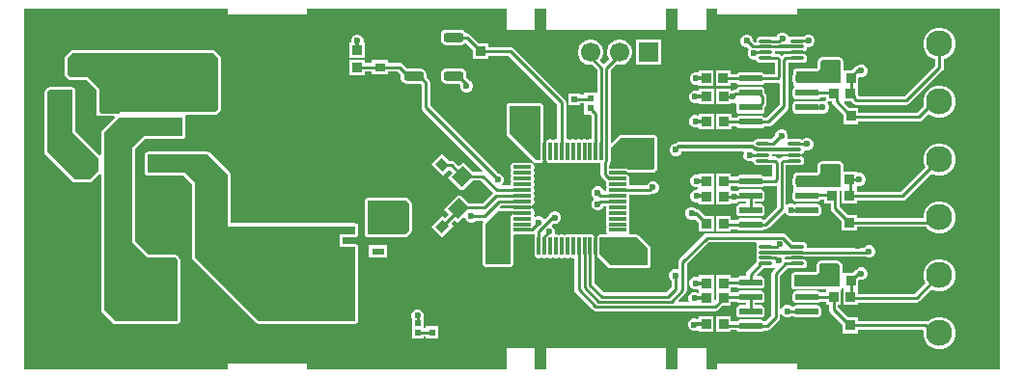
<source format=gbr>
%TF.GenerationSoftware,Altium Limited,Altium Designer,22.5.1 (42)*%
G04 Layer_Physical_Order=1*
G04 Layer_Color=255*
%FSLAX45Y45*%
%MOMM*%
%TF.SameCoordinates,F63A7803-94E7-494B-9888-F8709FA5C5B4*%
%TF.FilePolarity,Positive*%
%TF.FileFunction,Copper,L1,Top,Signal*%
%TF.Part,Single*%
G01*
G75*
%TA.AperFunction,SMDPad,CuDef*%
%ADD10R,0.54000X0.56566*%
G04:AMPARAMS|DCode=11|XSize=1.7mm|YSize=0.8mm|CornerRadius=0.2mm|HoleSize=0mm|Usage=FLASHONLY|Rotation=0.000|XOffset=0mm|YOffset=0mm|HoleType=Round|Shape=RoundedRectangle|*
%AMROUNDEDRECTD11*
21,1,1.70000,0.40000,0,0,0.0*
21,1,1.30000,0.80000,0,0,0.0*
1,1,0.40000,0.65000,-0.20000*
1,1,0.40000,-0.65000,-0.20000*
1,1,0.40000,-0.65000,0.20000*
1,1,0.40000,0.65000,0.20000*
%
%ADD11ROUNDEDRECTD11*%
G04:AMPARAMS|DCode=12|XSize=0.28mm|YSize=1.56mm|CornerRadius=0.07mm|HoleSize=0mm|Usage=FLASHONLY|Rotation=0.000|XOffset=0mm|YOffset=0mm|HoleType=Round|Shape=RoundedRectangle|*
%AMROUNDEDRECTD12*
21,1,0.28000,1.42000,0,0,0.0*
21,1,0.14000,1.56000,0,0,0.0*
1,1,0.14000,0.07000,-0.71000*
1,1,0.14000,-0.07000,-0.71000*
1,1,0.14000,-0.07000,0.71000*
1,1,0.14000,0.07000,0.71000*
%
%ADD12ROUNDEDRECTD12*%
G04:AMPARAMS|DCode=13|XSize=0.28mm|YSize=1.56mm|CornerRadius=0.07mm|HoleSize=0mm|Usage=FLASHONLY|Rotation=90.000|XOffset=0mm|YOffset=0mm|HoleType=Round|Shape=RoundedRectangle|*
%AMROUNDEDRECTD13*
21,1,0.28000,1.42000,0,0,90.0*
21,1,0.14000,1.56000,0,0,90.0*
1,1,0.14000,0.71000,0.07000*
1,1,0.14000,0.71000,-0.07000*
1,1,0.14000,-0.71000,-0.07000*
1,1,0.14000,-0.71000,0.07000*
%
%ADD13ROUNDEDRECTD13*%
%ADD14R,0.90000X0.80000*%
%ADD15R,0.86401X0.80648*%
G04:AMPARAMS|DCode=16|XSize=0.94mm|YSize=1.02mm|CornerRadius=0.094mm|HoleSize=0mm|Usage=FLASHONLY|Rotation=0.000|XOffset=0mm|YOffset=0mm|HoleType=Round|Shape=RoundedRectangle|*
%AMROUNDEDRECTD16*
21,1,0.94000,0.83200,0,0,0.0*
21,1,0.75200,1.02000,0,0,0.0*
1,1,0.18800,0.37600,-0.41600*
1,1,0.18800,-0.37600,-0.41600*
1,1,0.18800,-0.37600,0.41600*
1,1,0.18800,0.37600,0.41600*
%
%ADD16ROUNDEDRECTD16*%
%ADD17R,0.80000X0.90000*%
%ADD18R,1.80086X1.99898*%
%ADD19R,0.80648X0.86401*%
G04:AMPARAMS|DCode=20|XSize=1.97mm|YSize=0.59mm|CornerRadius=0.07375mm|HoleSize=0mm|Usage=FLASHONLY|Rotation=0.000|XOffset=0mm|YOffset=0mm|HoleType=Round|Shape=RoundedRectangle|*
%AMROUNDEDRECTD20*
21,1,1.97000,0.44250,0,0,0.0*
21,1,1.82250,0.59000,0,0,0.0*
1,1,0.14750,0.91125,-0.22125*
1,1,0.14750,-0.91125,-0.22125*
1,1,0.14750,-0.91125,0.22125*
1,1,0.14750,0.91125,0.22125*
%
%ADD20ROUNDEDRECTD20*%
G04:AMPARAMS|DCode=21|XSize=1.12mm|YSize=0.27mm|CornerRadius=0.03375mm|HoleSize=0mm|Usage=FLASHONLY|Rotation=180.000|XOffset=0mm|YOffset=0mm|HoleType=Round|Shape=RoundedRectangle|*
%AMROUNDEDRECTD21*
21,1,1.12000,0.20250,0,0,180.0*
21,1,1.05250,0.27000,0,0,180.0*
1,1,0.06750,-0.52625,0.10125*
1,1,0.06750,0.52625,0.10125*
1,1,0.06750,0.52625,-0.10125*
1,1,0.06750,-0.52625,-0.10125*
%
%ADD21ROUNDEDRECTD21*%
G04:AMPARAMS|DCode=22|XSize=0.94mm|YSize=1.02mm|CornerRadius=0.094mm|HoleSize=0mm|Usage=FLASHONLY|Rotation=270.000|XOffset=0mm|YOffset=0mm|HoleType=Round|Shape=RoundedRectangle|*
%AMROUNDEDRECTD22*
21,1,0.94000,0.83200,0,0,270.0*
21,1,0.75200,1.02000,0,0,270.0*
1,1,0.18800,-0.41600,-0.37600*
1,1,0.18800,-0.41600,0.37600*
1,1,0.18800,0.41600,0.37600*
1,1,0.18800,0.41600,-0.37600*
%
%ADD22ROUNDEDRECTD22*%
G04:AMPARAMS|DCode=23|XSize=1.4mm|YSize=1.2mm|CornerRadius=0mm|HoleSize=0mm|Usage=FLASHONLY|Rotation=225.000|XOffset=0mm|YOffset=0mm|HoleType=Round|Shape=Rectangle|*
%AMROTATEDRECTD23*
4,1,4,0.07071,0.91924,0.91924,0.07071,-0.07071,-0.91924,-0.91924,-0.07071,0.07071,0.91924,0.0*
%
%ADD23ROTATEDRECTD23*%

G04:AMPARAMS|DCode=24|XSize=0.8mm|YSize=0.9mm|CornerRadius=0mm|HoleSize=0mm|Usage=FLASHONLY|Rotation=315.000|XOffset=0mm|YOffset=0mm|HoleType=Round|Shape=Rectangle|*
%AMROTATEDRECTD24*
4,1,4,-0.60104,-0.03535,0.03535,0.60104,0.60104,0.03535,-0.03535,-0.60104,-0.60104,-0.03535,0.0*
%
%ADD24ROTATEDRECTD24*%

G04:AMPARAMS|DCode=25|XSize=0.8mm|YSize=0.9mm|CornerRadius=0mm|HoleSize=0mm|Usage=FLASHONLY|Rotation=45.000|XOffset=0mm|YOffset=0mm|HoleType=Round|Shape=Rectangle|*
%AMROTATEDRECTD25*
4,1,4,0.03535,-0.60104,-0.60104,0.03535,-0.03535,0.60104,0.60104,-0.03535,0.03535,-0.60104,0.0*
%
%ADD25ROTATEDRECTD25*%

%ADD26R,1.10000X0.60000*%
%ADD27R,2.89999X5.39999*%
%ADD28R,1.35001X1.41000*%
%ADD29R,8.49998X10.99998*%
%ADD30R,3.08282X1.01999*%
%TA.AperFunction,Conductor*%
%ADD31C,0.25400*%
%ADD32C,0.30000*%
%TA.AperFunction,ComponentPad*%
%ADD33R,1.70000X1.70000*%
%ADD34C,1.70000*%
%ADD35C,2.40000*%
%ADD36C,1.60000*%
%ADD37C,2.30000*%
%TA.AperFunction,ViaPad*%
%ADD38C,0.60000*%
G36*
X8560000Y0D02*
X6780000D01*
Y50000D01*
X6080000D01*
Y0D01*
X5980000D01*
Y180000D01*
X5730000D01*
Y0D01*
X5630000D01*
Y180000D01*
X4580000D01*
Y0D01*
X4480000D01*
Y180000D01*
X4230000D01*
Y0D01*
X2480000D01*
Y50000D01*
X1780000D01*
Y0D01*
X0D01*
Y3160000D01*
X1780000D01*
Y3109999D01*
X2480000D01*
Y3160000D01*
X4230000D01*
Y2980000D01*
X4480000D01*
Y3160000D01*
X4580000D01*
Y2980000D01*
X5630000D01*
Y3160000D01*
X5730000D01*
Y2980000D01*
X5980000D01*
Y3160000D01*
X6080000D01*
Y3109999D01*
X6780000D01*
Y3160000D01*
X8560000D01*
Y0D01*
D02*
G37*
%LPC*%
G36*
X6661620Y2955600D02*
X6639580D01*
X6619219Y2947166D01*
X6603634Y2931581D01*
X6598111Y2918247D01*
X6557427D01*
X6554325Y2918864D01*
X6449075D01*
X6437848Y2916631D01*
X6428330Y2910271D01*
X6421970Y2900753D01*
X6419737Y2889526D01*
Y2869276D01*
X6419549Y2869047D01*
X6405490D01*
X6393200Y2881337D01*
Y2892820D01*
X6384766Y2913181D01*
X6369181Y2928766D01*
X6348820Y2937200D01*
X6326780D01*
X6306418Y2928766D01*
X6290834Y2913181D01*
X6282400Y2892820D01*
Y2870780D01*
X6290834Y2850418D01*
X6306418Y2834834D01*
X6326780Y2826400D01*
X6338263D01*
X6358057Y2806605D01*
X6355335Y2803882D01*
X6346901Y2783521D01*
Y2761481D01*
X6355335Y2741119D01*
X6370919Y2725535D01*
X6391281Y2717101D01*
X6413320D01*
X6421970Y2708048D01*
X6428330Y2698530D01*
X6437848Y2692170D01*
X6449075Y2689937D01*
X6501580D01*
X6502501Y2689754D01*
X6582054D01*
Y2589247D01*
X6488671D01*
X6484055Y2596155D01*
X6473214Y2603399D01*
X6460426Y2605943D01*
X6278176D01*
X6265388Y2603399D01*
X6254546Y2596155D01*
X6249931Y2589247D01*
X6196348D01*
Y2621701D01*
X6064901D01*
Y2484500D01*
X6196348D01*
Y2511554D01*
X6249931D01*
X6254546Y2504647D01*
X6265388Y2497403D01*
X6278176Y2494859D01*
X6460426D01*
X6473214Y2497403D01*
X6484055Y2504647D01*
X6488671Y2511554D01*
X6606022D01*
X6611754Y2512694D01*
X6624454Y2502783D01*
Y2320891D01*
X6511810Y2208247D01*
X6488671D01*
X6484055Y2215155D01*
X6473214Y2222399D01*
X6460426Y2224943D01*
X6278176D01*
X6265388Y2222399D01*
X6254546Y2215155D01*
X6250546Y2209168D01*
X6200248D01*
Y2240901D01*
X6068801D01*
Y2103700D01*
X6200248D01*
Y2131475D01*
X6249315D01*
X6254546Y2123647D01*
X6265388Y2116403D01*
X6278176Y2113859D01*
X6460426D01*
X6473214Y2116403D01*
X6484055Y2123647D01*
X6488671Y2130554D01*
X6527901D01*
X6542766Y2133511D01*
X6555369Y2141932D01*
X6690769Y2277332D01*
X6699190Y2289935D01*
X6702147Y2304801D01*
Y2690554D01*
X6726974D01*
X6730076Y2689937D01*
X6835326D01*
X6846553Y2692170D01*
X6856071Y2698530D01*
X6862431Y2708048D01*
X6864664Y2719276D01*
Y2739526D01*
X6862431Y2750753D01*
X6856071Y2760271D01*
X6846553Y2766631D01*
X6835326Y2768864D01*
X6730076D01*
X6726974Y2768247D01*
X6678180D01*
X6663314Y2765290D01*
X6650711Y2756869D01*
X6641701Y2747859D01*
X6633490Y2756069D01*
X6620887Y2764490D01*
X6606022Y2767447D01*
X6585165D01*
X6583664Y2769276D01*
Y2789526D01*
X6584508Y2790554D01*
X6613612D01*
X6625400Y2788209D01*
X6782701D01*
X6791387Y2789937D01*
X6835326D01*
X6846553Y2792170D01*
X6856071Y2798530D01*
X6862431Y2808048D01*
X6863986Y2815868D01*
X6867881Y2827601D01*
X6889920D01*
X6910282Y2836035D01*
X6925867Y2851619D01*
X6934301Y2871981D01*
Y2894021D01*
X6925867Y2914382D01*
X6910282Y2929967D01*
X6889920Y2938401D01*
X6867881D01*
X6847519Y2929967D01*
X6836600Y2919048D01*
X6783501D01*
X6782580Y2918864D01*
X6730076D01*
X6718848Y2916631D01*
X6717733Y2915886D01*
X6702117Y2920595D01*
X6697566Y2931581D01*
X6681982Y2947166D01*
X6661620Y2955600D01*
D02*
G37*
G36*
X2930620Y2936301D02*
X2908581D01*
X2888219Y2927867D01*
X2872635Y2912282D01*
X2864201Y2891921D01*
Y2869881D01*
X2861372Y2865649D01*
X2850300D01*
Y2734201D01*
X2987501D01*
Y2865649D01*
X2977828D01*
X2975000Y2869881D01*
Y2891921D01*
X2966566Y2912282D01*
X2950982Y2927867D01*
X2930620Y2936301D01*
D02*
G37*
G36*
X3189501Y2715511D02*
X3048701D01*
Y2688957D01*
X2987501D01*
Y2715001D01*
X2850300D01*
Y2583554D01*
X2987501D01*
Y2611264D01*
X3048701D01*
Y2584711D01*
X3189501D01*
Y2611264D01*
X3273500D01*
X3303012Y2581753D01*
Y2550401D01*
X3306535Y2532687D01*
X3316569Y2517669D01*
X3331587Y2507635D01*
X3349301Y2504111D01*
X3475552D01*
X3481754Y2497909D01*
Y2296800D01*
X3484711Y2281934D01*
X3493131Y2269331D01*
X4017558Y1744905D01*
X4012297Y1732205D01*
X3934575D01*
X3852648Y1814132D01*
X3815077Y1776561D01*
X3773814Y1817824D01*
X3761211Y1826245D01*
X3746345Y1829202D01*
X3724470D01*
X3663755Y1889916D01*
X3571266Y1797427D01*
X3670826Y1697866D01*
X3724469Y1751509D01*
X3730254D01*
X3760140Y1721624D01*
X3717732Y1679216D01*
X3838506Y1558443D01*
X3934575Y1654512D01*
X4005052D01*
X4111413Y1548151D01*
X4019689Y1456427D01*
X3899216D01*
X3817289Y1538354D01*
X3682373Y1403438D01*
X3722577Y1363234D01*
X3687802Y1328459D01*
X3669026Y1347236D01*
X3569466Y1247675D01*
X3661955Y1155186D01*
X3761516Y1254746D01*
X3742740Y1273522D01*
X3777514Y1308297D01*
X3803147Y1282664D01*
X3854767Y1334284D01*
X3867005Y1328561D01*
X3874934Y1309419D01*
X3890519Y1293834D01*
X3910880Y1285400D01*
X3932920D01*
X3953281Y1293834D01*
X3961401Y1301953D01*
X4017668D01*
X4020114Y1299362D01*
X4024076Y1289253D01*
X4020774Y1284311D01*
X4018803Y1274401D01*
Y926801D01*
X4020774Y916890D01*
X4026388Y908488D01*
X4032688Y902188D01*
X4041090Y896575D01*
X4051001Y894603D01*
X4256001D01*
X4265911Y896575D01*
X4274313Y902188D01*
X4284113Y911988D01*
X4289727Y920390D01*
X4291698Y930301D01*
Y1175273D01*
X4299001Y1181266D01*
X4441001D01*
X4453642Y1183781D01*
X4455819Y1185235D01*
X4462754Y1186615D01*
X4465013Y1186857D01*
X4475454Y1180125D01*
Y1161810D01*
X4472966Y1149301D01*
Y1007301D01*
X4475481Y994659D01*
X4482642Y983942D01*
X4493359Y976781D01*
X4506001Y974266D01*
X4520001D01*
X4532642Y976781D01*
X4538001Y980361D01*
X4543359Y976781D01*
X4556001Y974266D01*
X4570001D01*
X4582642Y976781D01*
X4588000Y980361D01*
X4593359Y976781D01*
X4606001Y974266D01*
X4620001D01*
X4632643Y976781D01*
X4638001Y980361D01*
X4643359Y976781D01*
X4656001Y974266D01*
X4670001D01*
X4682642Y976781D01*
X4688001Y980361D01*
X4693359Y976781D01*
X4706000Y974266D01*
X4720000D01*
X4732642Y976781D01*
X4738001Y980361D01*
X4743359Y976781D01*
X4756001Y974266D01*
X4770001D01*
X4782642Y976781D01*
X4788001Y980361D01*
X4793359Y976781D01*
X4806001Y974266D01*
X4820000D01*
X4824154Y970857D01*
Y697401D01*
X4827111Y682535D01*
X4835532Y669932D01*
X4985932Y519532D01*
X4998535Y511111D01*
X5013401Y508154D01*
X6061401D01*
X6076266Y511111D01*
X6088869Y519532D01*
X6122637Y553300D01*
X6199148D01*
Y593854D01*
X6249931D01*
X6254546Y586947D01*
X6265388Y579703D01*
X6278176Y577159D01*
X6330454D01*
Y561243D01*
X6278176D01*
X6265388Y558699D01*
X6254546Y551455D01*
X6247302Y540614D01*
X6244759Y527826D01*
Y483576D01*
X6247302Y470788D01*
X6254546Y459947D01*
X6265388Y452703D01*
X6278176Y450159D01*
X6460426D01*
X6473214Y452703D01*
X6484055Y459947D01*
X6491299Y470788D01*
X6493843Y483576D01*
Y527826D01*
X6491299Y540614D01*
X6484055Y551455D01*
X6473214Y558699D01*
X6460426Y561243D01*
X6408147D01*
Y577159D01*
X6460426D01*
X6473214Y579703D01*
X6484055Y586947D01*
X6491299Y597788D01*
X6493843Y610576D01*
Y654826D01*
X6491299Y667614D01*
X6484055Y678455D01*
X6473214Y685699D01*
X6460426Y688243D01*
X6278176D01*
X6265388Y685699D01*
X6254546Y678455D01*
X6249931Y671547D01*
X6199148D01*
Y686300D01*
X6199148D01*
Y719554D01*
X6250799D01*
X6254546Y713947D01*
X6265388Y706703D01*
X6278176Y704159D01*
X6460426D01*
X6473214Y706703D01*
X6484055Y713947D01*
X6491299Y724788D01*
X6493843Y737576D01*
Y781826D01*
X6491299Y794614D01*
X6484055Y805455D01*
X6473214Y812699D01*
X6460426Y815243D01*
X6426373D01*
X6421513Y826976D01*
X6480674Y886137D01*
X6555126D01*
X6566353Y888370D01*
X6575871Y894730D01*
X6577013Y896440D01*
X6577922Y897389D01*
X6579524Y896923D01*
X6583189Y882626D01*
X6563932Y863369D01*
X6555511Y850767D01*
X6552554Y835901D01*
Y470991D01*
X6500381Y418819D01*
X6487275Y419636D01*
X6484055Y424455D01*
X6473214Y431699D01*
X6460426Y434243D01*
X6278176D01*
X6265388Y431699D01*
X6254546Y424455D01*
X6252002Y420647D01*
X6197448D01*
Y461201D01*
X6066000D01*
Y324000D01*
X6197448D01*
Y342954D01*
X6247859D01*
X6254546Y332947D01*
X6265388Y325703D01*
X6278176Y323159D01*
X6460426D01*
X6473214Y325703D01*
X6484055Y332947D01*
X6488671Y339854D01*
X6515201D01*
X6530066Y342811D01*
X6542669Y351232D01*
X6618869Y427432D01*
X6627290Y440035D01*
X6630247Y454901D01*
Y479247D01*
X6642947Y481773D01*
X6646035Y474319D01*
X6661619Y458735D01*
X6681981Y450301D01*
X6704020D01*
X6724382Y458735D01*
X6732501Y466854D01*
X6744930D01*
X6749546Y459947D01*
X6760387Y452703D01*
X6773175Y450159D01*
X6955426D01*
X6968214Y452703D01*
X6979055Y459947D01*
X6986299Y470788D01*
X6988843Y483576D01*
Y527826D01*
X6986299Y540614D01*
X6979055Y551455D01*
X6968214Y558699D01*
X6955426Y561243D01*
X6773175D01*
X6760387Y558699D01*
X6749546Y551455D01*
X6744930Y544547D01*
X6732501D01*
X6724382Y552667D01*
X6704020Y561101D01*
X6681981D01*
X6661619Y552667D01*
X6646035Y537082D01*
X6642947Y529628D01*
X6630247Y532154D01*
Y819810D01*
X6697191Y886754D01*
X6727774D01*
X6730876Y886137D01*
X6836126D01*
X6847353Y888370D01*
X6856871Y894730D01*
X6863231Y904248D01*
X6865464Y915476D01*
Y935726D01*
X6863231Y946953D01*
X6856871Y956471D01*
X6847353Y962831D01*
X6836126Y965064D01*
X6730876D01*
X6727774Y964447D01*
X6681100D01*
X6678621Y963954D01*
X6672733Y973722D01*
X6679362Y984409D01*
X6783501D01*
X6791267Y985954D01*
X7374998D01*
X7377318Y983634D01*
X7397680Y975200D01*
X7419720D01*
X7440081Y983634D01*
X7455666Y999218D01*
X7464100Y1019580D01*
Y1041620D01*
X7455666Y1061981D01*
X7440081Y1077566D01*
X7419720Y1086000D01*
X7397680D01*
X7377318Y1077566D01*
X7363400Y1063647D01*
X6866965D01*
X6865464Y1065476D01*
Y1085726D01*
X6863231Y1096953D01*
X6856871Y1106471D01*
X6847353Y1112831D01*
X6836126Y1115064D01*
X6783621D01*
X6782701Y1115247D01*
X6744390D01*
X6680768Y1178869D01*
X6668166Y1187289D01*
X6653300Y1190247D01*
X5988000D01*
X5973134Y1187289D01*
X5960531Y1178869D01*
X5746432Y964769D01*
X5738011Y952166D01*
X5735054Y937301D01*
Y881551D01*
X5724494Y874495D01*
X5720620Y876100D01*
X5698580D01*
X5678219Y867666D01*
X5662634Y852081D01*
X5654200Y831720D01*
Y809680D01*
X5662634Y789318D01*
X5675854Y776099D01*
Y716891D01*
X5631710Y672747D01*
X5082892D01*
X5001847Y753792D01*
Y1001327D01*
X5003035Y1007301D01*
Y1149301D01*
X5000521Y1161943D01*
X4993360Y1172660D01*
X4982642Y1179821D01*
X4970000Y1182335D01*
X4956001D01*
X4943359Y1179821D01*
X4938001Y1176241D01*
X4932642Y1179821D01*
X4920001Y1182335D01*
X4906001D01*
X4893359Y1179821D01*
X4888001Y1176241D01*
X4882643Y1179821D01*
X4870001Y1182335D01*
X4856001D01*
X4843359Y1179821D01*
X4838000Y1176241D01*
X4832642Y1179821D01*
X4820001Y1182335D01*
X4806001D01*
X4793359Y1179821D01*
X4788001Y1176241D01*
X4782642Y1179821D01*
X4770001Y1182335D01*
X4756001D01*
X4743359Y1179821D01*
X4738001Y1176241D01*
X4732642Y1179821D01*
X4720000Y1182335D01*
X4706000D01*
X4693359Y1179821D01*
X4688001Y1176241D01*
X4682642Y1179821D01*
X4670001Y1182335D01*
X4664579D01*
X4656079Y1195002D01*
Y1217042D01*
X4647645Y1237403D01*
X4632061Y1252988D01*
X4629089Y1254218D01*
X4626612Y1266675D01*
X4636314Y1276377D01*
X4642747Y1273712D01*
X4664787D01*
X4685148Y1282146D01*
X4700733Y1297731D01*
X4709167Y1318092D01*
Y1340132D01*
X4700733Y1360494D01*
X4685148Y1376078D01*
X4664787Y1384512D01*
X4642747D01*
X4622385Y1376078D01*
X4606801Y1360494D01*
X4603362Y1352191D01*
X4600023Y1349960D01*
X4566156Y1316093D01*
X4556915Y1317931D01*
X4541331Y1333515D01*
X4520970Y1341950D01*
X4498930D01*
X4485385Y1336339D01*
X4477881Y1338831D01*
X4471521Y1351659D01*
X4474035Y1364301D01*
Y1378301D01*
X4471521Y1390943D01*
X4464360Y1401660D01*
X4453642Y1408821D01*
X4441001Y1411336D01*
X4299001D01*
X4291239Y1409792D01*
X4289285Y1410601D01*
X4286734D01*
X4284233Y1411098D01*
X4174629D01*
X4169769Y1422832D01*
X4179391Y1432454D01*
X4293027D01*
X4299001Y1431266D01*
X4441001D01*
X4453642Y1433781D01*
X4464360Y1440942D01*
X4471521Y1451659D01*
X4474035Y1464301D01*
Y1478301D01*
X4471521Y1490943D01*
X4467941Y1496301D01*
X4471521Y1501659D01*
X4474035Y1514301D01*
Y1528301D01*
X4471521Y1540943D01*
X4467941Y1546301D01*
X4471521Y1551659D01*
X4474035Y1564301D01*
Y1578301D01*
X4471521Y1590943D01*
X4467941Y1596301D01*
X4471521Y1601659D01*
X4474035Y1614301D01*
Y1628301D01*
X4471521Y1640943D01*
X4467941Y1646301D01*
X4471521Y1651659D01*
X4474035Y1664301D01*
Y1678301D01*
X4471521Y1690943D01*
X4467941Y1696301D01*
X4471521Y1701659D01*
X4474035Y1714301D01*
Y1728301D01*
X4471521Y1740943D01*
X4467941Y1746301D01*
X4471521Y1751659D01*
X4474035Y1764301D01*
Y1778301D01*
X4471521Y1790943D01*
X4464360Y1801660D01*
X4453642Y1808821D01*
X4441001Y1811335D01*
X4299001D01*
X4286359Y1808821D01*
X4275642Y1801660D01*
X4268481Y1790943D01*
X4265966Y1778301D01*
Y1764301D01*
X4268481Y1751659D01*
X4272061Y1746301D01*
X4268481Y1740943D01*
X4265966Y1728301D01*
Y1714301D01*
X4268481Y1701659D01*
X4272061Y1696301D01*
X4268481Y1690943D01*
X4265966Y1678301D01*
Y1664301D01*
X4268481Y1651659D01*
X4272061Y1646301D01*
X4268481Y1640943D01*
X4265966Y1628301D01*
Y1614301D01*
X4262557Y1610147D01*
X4197256D01*
X4191995Y1622847D01*
X4199666Y1630518D01*
X4208100Y1650880D01*
Y1672920D01*
X4199666Y1693281D01*
X4184082Y1708866D01*
X4163720Y1717300D01*
X4155037D01*
X3559447Y2312890D01*
Y2514000D01*
X3556489Y2528866D01*
X3548069Y2541469D01*
X3525590Y2563947D01*
Y2590401D01*
X3522067Y2608115D01*
X3512033Y2623132D01*
X3497015Y2633167D01*
X3479301Y2636690D01*
X3357949D01*
X3317060Y2677579D01*
X3304457Y2686000D01*
X3289591Y2688957D01*
X3189501D01*
Y2715511D01*
D02*
G37*
G36*
X5584200Y2889401D02*
X5363401D01*
Y2668601D01*
X5584200D01*
Y2889401D01*
D02*
G37*
G36*
X3828601Y2978290D02*
X3698601D01*
X3680887Y2974766D01*
X3665869Y2964732D01*
X3655835Y2949715D01*
X3652311Y2932000D01*
Y2892001D01*
X3655835Y2874286D01*
X3665869Y2859269D01*
X3680887Y2849235D01*
X3698601Y2845711D01*
X3828601D01*
X3846315Y2849235D01*
X3861332Y2859269D01*
X3861594Y2859661D01*
X3874233Y2860905D01*
X3934500Y2800638D01*
Y2724128D01*
X4071701D01*
Y2751005D01*
X4246658D01*
X4674154Y2323509D01*
Y2021744D01*
X4670000Y2018335D01*
X4656001D01*
X4643359Y2015821D01*
X4638001Y2012241D01*
X4632643Y2015821D01*
X4620001Y2018335D01*
X4606001D01*
X4593359Y2015821D01*
X4582642Y2008660D01*
X4575481Y1997942D01*
X4572966Y1985301D01*
Y1843301D01*
X4575481Y1830659D01*
X4582642Y1819942D01*
X4593359Y1812781D01*
X4606001Y1810266D01*
X4620001D01*
X4632643Y1812781D01*
X4638001Y1816361D01*
X4643359Y1812781D01*
X4656001Y1810266D01*
X4670001D01*
X4682642Y1812781D01*
X4688001Y1816361D01*
X4693359Y1812781D01*
X4706000Y1810266D01*
X4720000D01*
X4732642Y1812781D01*
X4738001Y1816361D01*
X4743359Y1812781D01*
X4756001Y1810266D01*
X4770001D01*
X4782642Y1812781D01*
X4788001Y1816361D01*
X4793359Y1812781D01*
X4806001Y1810266D01*
X4820001D01*
X4832642Y1812781D01*
X4838000Y1816361D01*
X4843359Y1812781D01*
X4856001Y1810266D01*
X4870001D01*
X4882643Y1812781D01*
X4888001Y1816361D01*
X4893359Y1812781D01*
X4906001Y1810266D01*
X4920001D01*
X4932642Y1812781D01*
X4938001Y1816361D01*
X4943359Y1812781D01*
X4956001Y1810266D01*
X4970000D01*
X4982642Y1812781D01*
X4988001Y1816361D01*
X4993359Y1812781D01*
X5006001Y1810266D01*
X5020001D01*
X5032642Y1812781D01*
X5038001Y1816361D01*
X5043359Y1812781D01*
X5056001Y1810266D01*
X5056254D01*
Y1705128D01*
X5059211Y1690262D01*
X5067632Y1677659D01*
X5100159Y1645132D01*
X5105082Y1641843D01*
X5104481Y1640943D01*
X5101966Y1628301D01*
Y1614301D01*
X5104481Y1601659D01*
X5108061Y1596301D01*
X5104481Y1590943D01*
X5101966Y1578301D01*
Y1564301D01*
X5098557Y1560147D01*
X5083861D01*
X5076266Y1578482D01*
X5060682Y1594067D01*
X5040320Y1602501D01*
X5018281D01*
X4997919Y1594067D01*
X4982335Y1578482D01*
X4973901Y1558121D01*
Y1536081D01*
X4982335Y1515719D01*
X4993621Y1504433D01*
X4996542Y1496301D01*
X4993621Y1488169D01*
X4982335Y1476882D01*
X4973901Y1456521D01*
Y1434481D01*
X4982335Y1414119D01*
X4997919Y1398535D01*
X5018281Y1390101D01*
X5040320D01*
X5060682Y1398535D01*
X5076266Y1414119D01*
X5083861Y1432454D01*
X5098557D01*
X5101966Y1428300D01*
Y1414301D01*
X5104481Y1401659D01*
X5108061Y1396301D01*
X5104481Y1390943D01*
X5101966Y1378301D01*
Y1364301D01*
X5104481Y1351659D01*
X5108061Y1346301D01*
X5104481Y1340943D01*
X5101966Y1328301D01*
Y1314301D01*
X5104481Y1301659D01*
X5108061Y1296301D01*
X5104481Y1290943D01*
X5101966Y1278301D01*
Y1264301D01*
X5104481Y1251659D01*
X5108061Y1246301D01*
X5104481Y1240943D01*
X5101966Y1228301D01*
Y1214301D01*
X5104481Y1201659D01*
X5110935Y1191998D01*
X5109716Y1186817D01*
X5106207Y1179298D01*
X5083424D01*
X5082642Y1179821D01*
X5070001Y1182335D01*
X5056001D01*
X5043359Y1179821D01*
X5032641Y1172660D01*
X5025480Y1161943D01*
X5022966Y1149301D01*
Y1007301D01*
X5025480Y994659D01*
X5025838Y994125D01*
Y993211D01*
X5026814Y990855D01*
X5027311Y988353D01*
X5028728Y986232D01*
X5029704Y983876D01*
X5031508Y982072D01*
X5032925Y979951D01*
X5122988Y889888D01*
X5131390Y884275D01*
X5141300Y882303D01*
X5456801D01*
X5466711Y884275D01*
X5475113Y889888D01*
X5488812Y903588D01*
X5494426Y911989D01*
X5496397Y921900D01*
X5496398Y982650D01*
Y1057101D01*
X5494427Y1067011D01*
X5488813Y1075413D01*
X5392513Y1171713D01*
X5384111Y1177327D01*
X5374201Y1179298D01*
X5305794D01*
X5302285Y1186817D01*
X5301066Y1191998D01*
X5307520Y1201659D01*
X5310035Y1214301D01*
Y1228301D01*
X5307520Y1240943D01*
X5303940Y1246301D01*
X5307520Y1251659D01*
X5310035Y1264301D01*
Y1278301D01*
X5307520Y1290943D01*
X5303940Y1296301D01*
X5307520Y1301659D01*
X5310035Y1314301D01*
Y1328301D01*
X5307520Y1340943D01*
X5303940Y1346301D01*
X5307520Y1351659D01*
X5310035Y1364301D01*
Y1378301D01*
X5307520Y1390943D01*
X5303940Y1396301D01*
X5307520Y1401659D01*
X5310035Y1414301D01*
Y1428301D01*
X5307520Y1440943D01*
X5303940Y1446301D01*
X5307520Y1451659D01*
X5310035Y1464301D01*
Y1478301D01*
X5307520Y1490943D01*
X5303940Y1496301D01*
X5307520Y1501659D01*
X5310035Y1514301D01*
Y1528300D01*
X5313444Y1532454D01*
X5483550D01*
X5498416Y1535411D01*
X5505434Y1540101D01*
X5522720D01*
X5543082Y1548535D01*
X5558667Y1564119D01*
X5567101Y1584481D01*
Y1606521D01*
X5558667Y1626882D01*
X5543082Y1642467D01*
X5522720Y1650901D01*
X5500681D01*
X5480319Y1642467D01*
X5464735Y1626882D01*
X5457803Y1610147D01*
X5313444D01*
X5310035Y1614301D01*
Y1628301D01*
X5307520Y1640943D01*
X5303940Y1646301D01*
X5307520Y1651659D01*
X5310035Y1664301D01*
Y1678301D01*
X5307520Y1690943D01*
X5300359Y1701660D01*
X5289642Y1708821D01*
X5277000Y1711335D01*
X5205262D01*
X5204701Y1711447D01*
X5145933D01*
X5139799Y1718794D01*
X5144253Y1731266D01*
X5277000D01*
X5282600Y1732380D01*
X5282769Y1732267D01*
X5282955Y1731988D01*
X5285075Y1730572D01*
X5286878Y1728768D01*
X5289236Y1727792D01*
X5291357Y1726374D01*
X5293858Y1725877D01*
X5296214Y1724901D01*
X5298765Y1724901D01*
X5301268Y1724403D01*
X5432470D01*
X5434401Y1724019D01*
X5509600D01*
X5511531Y1724403D01*
X5511901D01*
X5521811Y1726374D01*
X5521968Y1726479D01*
X5523179Y1726720D01*
X5534690Y1734412D01*
X5538825Y1740601D01*
X5542913Y1744688D01*
X5548527Y1753090D01*
X5550498Y1763001D01*
Y2029701D01*
X5548527Y2039611D01*
X5542913Y2048013D01*
X5534511Y2053627D01*
X5524601Y2055598D01*
X5232501D01*
X5222590Y2053627D01*
X5214188Y2048013D01*
X5155280Y1989105D01*
X5143547Y1993965D01*
Y1999674D01*
X5142247Y2006209D01*
Y2625310D01*
X5189707Y2672770D01*
X5205266Y2668601D01*
X5234335D01*
X5262413Y2676124D01*
X5287588Y2690659D01*
X5308143Y2711214D01*
X5322677Y2736388D01*
X5330200Y2764466D01*
Y2793535D01*
X5322677Y2821614D01*
X5308143Y2846788D01*
X5287588Y2867343D01*
X5262413Y2881877D01*
X5234335Y2889401D01*
X5205266D01*
X5177188Y2881877D01*
X5152013Y2867343D01*
X5131459Y2846788D01*
X5116924Y2821614D01*
X5109401Y2793535D01*
Y2764466D01*
X5116924Y2736388D01*
X5126634Y2719571D01*
X5083836Y2676774D01*
X5051770Y2708841D01*
X5054143Y2711214D01*
X5068677Y2736388D01*
X5076200Y2764466D01*
Y2793535D01*
X5068677Y2821614D01*
X5054143Y2846788D01*
X5033588Y2867343D01*
X5008413Y2881877D01*
X4980335Y2889401D01*
X4951266D01*
X4923188Y2881877D01*
X4898013Y2867343D01*
X4877459Y2846788D01*
X4862924Y2821614D01*
X4855401Y2793535D01*
Y2764466D01*
X4862924Y2736388D01*
X4877459Y2711214D01*
X4898013Y2690659D01*
X4923188Y2676124D01*
X4951266Y2668601D01*
X4980335D01*
X4981754Y2668981D01*
X5024154Y2626581D01*
Y2439705D01*
X5015800Y2430465D01*
X4911000D01*
Y2410779D01*
X4876601D01*
Y2420765D01*
X4771800D01*
Y2313399D01*
X4876601D01*
Y2333086D01*
X4911000D01*
Y2236536D01*
X4962146D01*
X4974154Y2224528D01*
Y2021744D01*
X4970000Y2018335D01*
X4956001D01*
X4943359Y2015821D01*
X4938001Y2012241D01*
X4932642Y2015821D01*
X4920001Y2018335D01*
X4906001D01*
X4893359Y2015821D01*
X4888001Y2012241D01*
X4882643Y2015821D01*
X4870001Y2018335D01*
X4856001D01*
X4843359Y2015821D01*
X4838000Y2012241D01*
X4832642Y2015821D01*
X4820001Y2018335D01*
X4806001D01*
X4793359Y2015821D01*
X4788001Y2012241D01*
X4782642Y2015821D01*
X4770001Y2018335D01*
X4756001D01*
X4751847Y2021744D01*
Y2339600D01*
X4748890Y2354466D01*
X4740469Y2367068D01*
X4290217Y2817320D01*
X4277615Y2825741D01*
X4262749Y2828698D01*
X4071701D01*
Y2855575D01*
X3989438D01*
X3908143Y2936869D01*
X3895541Y2945290D01*
X3880675Y2948247D01*
X3871658D01*
X3871367Y2949715D01*
X3861332Y2964732D01*
X3846315Y2974766D01*
X3828601Y2978290D01*
D02*
G37*
G36*
X6045700Y2621701D02*
X5914253D01*
Y2613091D01*
X5903693Y2606035D01*
X5901844Y2606801D01*
X5879805D01*
X5859443Y2598367D01*
X5843859Y2582782D01*
X5835425Y2562421D01*
Y2540381D01*
X5843859Y2520019D01*
X5859443Y2504435D01*
X5879805Y2496001D01*
X5901844D01*
X5903693Y2496767D01*
X5914253Y2489711D01*
Y2484500D01*
X6045700D01*
Y2621701D01*
D02*
G37*
G36*
X8044985Y2995601D02*
X8008016D01*
X7972308Y2986033D01*
X7940293Y2967549D01*
X7914153Y2941408D01*
X7895669Y2909393D01*
X7886101Y2873685D01*
Y2836717D01*
X7895669Y2801008D01*
X7914153Y2768993D01*
X7940293Y2742853D01*
X7972308Y2724369D01*
X7987654Y2720257D01*
Y2662691D01*
X7721810Y2396847D01*
X7324207D01*
X7314648Y2409238D01*
Y2486701D01*
X7315249Y2487301D01*
X7315248D01*
Y2556740D01*
X7325808Y2563795D01*
X7329658Y2562201D01*
X7351697D01*
X7372059Y2570635D01*
X7387643Y2586219D01*
X7396077Y2606581D01*
Y2628621D01*
X7387643Y2648982D01*
X7372059Y2664567D01*
X7351697Y2673001D01*
X7329658D01*
X7309296Y2664567D01*
X7299731Y2655001D01*
X7292135Y2653490D01*
X7279532Y2645069D01*
X7258964Y2624501D01*
X7187498D01*
Y2698101D01*
X7185527Y2708011D01*
X7179913Y2716413D01*
X7179912Y2716413D01*
X7167213Y2729113D01*
X7158811Y2734727D01*
X7148901Y2736698D01*
X6996501D01*
X6986590Y2734727D01*
X6978188Y2729113D01*
X6965488Y2716413D01*
X6959874Y2708011D01*
X6957903Y2698101D01*
Y2669786D01*
X6955101Y2663021D01*
Y2642526D01*
X6947673Y2635098D01*
X6767901D01*
X6757990Y2633127D01*
X6749588Y2627513D01*
X6743974Y2619111D01*
X6742003Y2609201D01*
Y2583810D01*
X6739758Y2572526D01*
Y2528276D01*
X6742003Y2516992D01*
Y2507601D01*
X6743974Y2497690D01*
X6749588Y2489288D01*
X6753203Y2486873D01*
X6754376Y2473068D01*
X6754073Y2472180D01*
X6749546Y2469155D01*
X6742302Y2458314D01*
X6739758Y2445526D01*
Y2401276D01*
X6742302Y2388488D01*
X6749546Y2377647D01*
X6760387Y2370403D01*
X6773175Y2367859D01*
X6955426D01*
X6968214Y2370403D01*
X6979055Y2377647D01*
X6985207Y2386854D01*
X7032553D01*
Y2359974D01*
X7019853Y2351488D01*
X7012820Y2354401D01*
X6990781D01*
X6972229Y2346716D01*
X6968214Y2349399D01*
X6955426Y2351943D01*
X6773175D01*
X6760387Y2349399D01*
X6749546Y2342155D01*
X6742302Y2331314D01*
X6739758Y2318526D01*
Y2274276D01*
X6742302Y2261488D01*
X6749546Y2250647D01*
X6760387Y2243403D01*
X6773175Y2240859D01*
X6955426D01*
X6968214Y2243403D01*
X6977033Y2249295D01*
X6990781Y2243601D01*
X7012820D01*
X7033182Y2252035D01*
X7048766Y2267619D01*
X7057201Y2287981D01*
Y2310021D01*
X7048766Y2330382D01*
X7042348Y2336801D01*
X7047609Y2349501D01*
X7085254D01*
Y2348901D01*
X7088211Y2334035D01*
X7096632Y2321433D01*
X7184325Y2233740D01*
Y2151600D01*
X7315772D01*
Y2172954D01*
X7846022D01*
X7860888Y2175911D01*
X7873490Y2184332D01*
X7932152Y2242994D01*
X7940293Y2234853D01*
X7972308Y2216369D01*
X8008016Y2206801D01*
X8044985D01*
X8080693Y2216369D01*
X8112708Y2234853D01*
X8138848Y2260993D01*
X8157332Y2293008D01*
X8166900Y2328717D01*
Y2365685D01*
X8157332Y2401393D01*
X8138848Y2433408D01*
X8112708Y2459549D01*
X8080693Y2478033D01*
X8044985Y2487601D01*
X8008016D01*
X7972308Y2478033D01*
X7940293Y2459549D01*
X7914153Y2433408D01*
X7895669Y2401393D01*
X7886101Y2365685D01*
Y2328717D01*
X7890729Y2311445D01*
X7829931Y2250647D01*
X7315772D01*
Y2288801D01*
X7239138D01*
X7191138Y2336801D01*
X7196399Y2349501D01*
X7250164D01*
X7269132Y2330532D01*
X7281735Y2322111D01*
X7296601Y2319154D01*
X7737901D01*
X7752767Y2322111D01*
X7765369Y2330532D01*
X8053969Y2619132D01*
X8062390Y2631735D01*
X8065347Y2646601D01*
Y2720257D01*
X8080693Y2724369D01*
X8112708Y2742853D01*
X8138848Y2768993D01*
X8157332Y2801008D01*
X8166900Y2836717D01*
Y2873685D01*
X8157332Y2909393D01*
X8138848Y2941408D01*
X8112708Y2967549D01*
X8080693Y2986033D01*
X8044985Y2995601D01*
D02*
G37*
G36*
X6460426Y2478943D02*
X6278176D01*
X6265388Y2476399D01*
X6254546Y2469155D01*
X6247302Y2458314D01*
X6246295Y2453247D01*
X6238600D01*
X6223735Y2450290D01*
X6215519Y2444801D01*
X6204081D01*
X6197848Y2448965D01*
Y2458801D01*
X6066401D01*
Y2321600D01*
X6197848D01*
Y2329836D01*
X6204081Y2334001D01*
X6226120D01*
X6236772Y2338413D01*
X6241603Y2335156D01*
X6246807Y2328823D01*
X6244759Y2318526D01*
Y2274276D01*
X6247302Y2261488D01*
X6254546Y2250647D01*
X6265388Y2243403D01*
X6278176Y2240859D01*
X6460426D01*
X6473214Y2243403D01*
X6484055Y2250647D01*
X6491299Y2261488D01*
X6493843Y2274276D01*
Y2301406D01*
X6499448Y2307011D01*
X6507869Y2319614D01*
X6510826Y2334480D01*
Y2389722D01*
X6507869Y2404588D01*
X6499448Y2417190D01*
X6493843Y2422796D01*
Y2445526D01*
X6491299Y2458314D01*
X6484055Y2469155D01*
X6473214Y2476399D01*
X6460426Y2478943D01*
D02*
G37*
G36*
X6047201Y2458801D02*
X5915753D01*
Y2448812D01*
X5905193Y2441756D01*
X5897120Y2445100D01*
X5875080D01*
X5854719Y2436666D01*
X5839134Y2421082D01*
X5830700Y2400720D01*
Y2378680D01*
X5839134Y2358319D01*
X5854719Y2342734D01*
X5875080Y2334300D01*
X5897120D01*
X5905193Y2337644D01*
X5915753Y2330588D01*
Y2321600D01*
X6047201D01*
Y2458801D01*
D02*
G37*
G36*
X3828601Y2638290D02*
X3698601D01*
X3680887Y2634767D01*
X3665869Y2624733D01*
X3655835Y2609715D01*
X3652311Y2592001D01*
Y2552001D01*
X3655835Y2534287D01*
X3665869Y2519269D01*
X3680887Y2509235D01*
X3698601Y2505712D01*
X3813519D01*
X3822400Y2496620D01*
Y2474580D01*
X3830834Y2454219D01*
X3846419Y2438634D01*
X3866780Y2430200D01*
X3888820D01*
X3909181Y2438634D01*
X3924766Y2454219D01*
X3933200Y2474580D01*
Y2496620D01*
X3924766Y2516982D01*
X3909181Y2532566D01*
X3904244Y2534611D01*
X3874890Y2563965D01*
Y2592001D01*
X3871367Y2609715D01*
X3861332Y2624733D01*
X3846315Y2634767D01*
X3828601Y2638290D01*
D02*
G37*
G36*
X6049600Y2240901D02*
X5918153D01*
Y2232208D01*
X5907593Y2225153D01*
X5898544Y2228901D01*
X5876505D01*
X5856143Y2220466D01*
X5840559Y2204882D01*
X5832124Y2184520D01*
Y2162481D01*
X5840559Y2142119D01*
X5856143Y2126535D01*
X5876505Y2118101D01*
X5898544D01*
X5907593Y2121849D01*
X5918153Y2114793D01*
Y2103700D01*
X6049600D01*
Y2240901D01*
D02*
G37*
G36*
X6653420Y2101300D02*
X6631380D01*
X6611019Y2092866D01*
X6595434Y2077281D01*
X6587000Y2056920D01*
Y2049237D01*
X6554310Y2016547D01*
X6532027D01*
X6528925Y2017164D01*
X6423675D01*
X6412448Y2014931D01*
X6402930Y2008571D01*
X6396570Y1999053D01*
X6395497Y1993659D01*
X6393152Y1992092D01*
X5737600D01*
X5721837Y1988956D01*
X5708473Y1980027D01*
X5708047Y1979600D01*
X5702180D01*
X5681818Y1971166D01*
X5666234Y1955582D01*
X5657800Y1935220D01*
Y1913180D01*
X5666234Y1892819D01*
X5681818Y1877234D01*
X5702180Y1868800D01*
X5724220D01*
X5744581Y1877234D01*
X5760166Y1892819D01*
X5767162Y1909709D01*
X6302513D01*
X6310999Y1897008D01*
X6307401Y1888321D01*
Y1866281D01*
X6315835Y1845919D01*
X6331419Y1830335D01*
X6351781Y1821901D01*
X6373820D01*
X6381637Y1825139D01*
X6394041Y1817752D01*
X6394507Y1816723D01*
X6396570Y1806348D01*
X6402930Y1796830D01*
X6412448Y1790470D01*
X6423675Y1788237D01*
X6528925D01*
X6532027Y1788854D01*
X6562454D01*
Y1687547D01*
X6488671D01*
X6484055Y1694455D01*
X6473214Y1701699D01*
X6460426Y1704243D01*
X6278176D01*
X6265388Y1701699D01*
X6254546Y1694455D01*
X6249931Y1687547D01*
X6199348D01*
Y1717001D01*
X6067901D01*
Y1579800D01*
Y1447400D01*
X6199348D01*
Y1452444D01*
X6209908Y1459500D01*
X6217030Y1456550D01*
X6239070D01*
X6259431Y1464984D01*
X6264046Y1469599D01*
X6265388Y1468703D01*
X6278176Y1466159D01*
X6330454D01*
Y1450243D01*
X6278176D01*
X6265388Y1447699D01*
X6254546Y1440455D01*
X6247302Y1429614D01*
X6244759Y1416826D01*
Y1372576D01*
X6247302Y1359788D01*
X6254546Y1348947D01*
X6265388Y1341703D01*
X6278176Y1339159D01*
X6460426D01*
X6473214Y1341703D01*
X6484055Y1348947D01*
X6491299Y1359788D01*
X6493843Y1372576D01*
Y1416826D01*
X6491299Y1429614D01*
X6484055Y1440455D01*
X6473214Y1447699D01*
X6460426Y1450243D01*
X6408147D01*
Y1466159D01*
X6460426D01*
X6473214Y1468703D01*
X6484055Y1475947D01*
X6491299Y1486788D01*
X6493843Y1499576D01*
Y1543826D01*
X6491299Y1556614D01*
X6484055Y1567455D01*
X6473214Y1574699D01*
X6460426Y1577243D01*
X6278176D01*
X6265388Y1574699D01*
X6254546Y1567455D01*
X6251136Y1562352D01*
X6239070Y1567350D01*
X6217030D01*
X6209908Y1564400D01*
X6199348Y1571456D01*
Y1609854D01*
X6249931D01*
X6254546Y1602947D01*
X6265388Y1595703D01*
X6278176Y1593159D01*
X6460426D01*
X6473214Y1595703D01*
X6484055Y1602947D01*
X6488671Y1609854D01*
X6586421D01*
X6590154Y1610597D01*
X6602854Y1600174D01*
Y1422991D01*
X6492487Y1312625D01*
X6484055Y1313455D01*
X6473214Y1320699D01*
X6460426Y1323243D01*
X6278176D01*
X6265388Y1320699D01*
X6254546Y1313455D01*
X6249129Y1305347D01*
X6197848D01*
Y1341801D01*
X6066400D01*
Y1204601D01*
X6197848D01*
Y1227654D01*
X6250732D01*
X6254546Y1221947D01*
X6265388Y1214703D01*
X6278176Y1212159D01*
X6460426D01*
X6473214Y1214703D01*
X6484055Y1221947D01*
X6488671Y1228854D01*
X6502501D01*
X6517366Y1231811D01*
X6529969Y1240232D01*
X6661079Y1371342D01*
X6676060Y1368362D01*
X6677735Y1364319D01*
X6693319Y1348735D01*
X6713681Y1340301D01*
X6735720D01*
X6752243Y1347145D01*
X6760387Y1341703D01*
X6773175Y1339159D01*
X6955426D01*
X6968214Y1341703D01*
X6979055Y1348947D01*
X6986299Y1359788D01*
X6988843Y1372576D01*
Y1416826D01*
X6986299Y1429614D01*
X6979055Y1440455D01*
X6968214Y1447699D01*
X6955426Y1450243D01*
X6773175D01*
X6760387Y1447699D01*
X6754091Y1443492D01*
X6735720Y1451101D01*
X6713681D01*
X6693319Y1442667D01*
X6692280Y1441628D01*
X6680547Y1446488D01*
Y1788854D01*
X6701574D01*
X6704676Y1788237D01*
X6809926D01*
X6821153Y1790470D01*
X6830671Y1796830D01*
X6837031Y1806348D01*
X6839264Y1817576D01*
Y1837826D01*
X6837031Y1849053D01*
X6830671Y1858571D01*
X6821153Y1864931D01*
X6809926Y1867164D01*
X6704676D01*
X6701574Y1866547D01*
X6656580D01*
X6641714Y1863590D01*
X6629111Y1855169D01*
X6621501Y1847559D01*
X6613890Y1855169D01*
X6601287Y1863590D01*
X6586421Y1866547D01*
X6559108D01*
X6558264Y1867576D01*
Y1886509D01*
X6757301D01*
X6765987Y1888237D01*
X6809926D01*
X6821153Y1890470D01*
X6830671Y1896830D01*
X6837031Y1906348D01*
X6838281Y1912633D01*
X6850482Y1921326D01*
X6853681Y1920001D01*
X6875720D01*
X6896082Y1928435D01*
X6911666Y1944019D01*
X6920100Y1964381D01*
Y1986420D01*
X6911666Y2006782D01*
X6896082Y2022367D01*
X6875720Y2030801D01*
X6853681D01*
X6833319Y2022367D01*
X6826700Y2015747D01*
X6817050D01*
X6809926Y2017164D01*
X6704676D01*
X6704166Y2017063D01*
X6695031Y2028195D01*
X6697800Y2034880D01*
Y2056920D01*
X6689366Y2077281D01*
X6673781Y2092866D01*
X6653420Y2101300D01*
D02*
G37*
G36*
X1658300Y2797698D02*
X424700D01*
X414789Y2795727D01*
X406388Y2790113D01*
X362788Y2746513D01*
X362788Y2746513D01*
X357174Y2738111D01*
X355202Y2728200D01*
X355203Y2588501D01*
X357174Y2578590D01*
X362788Y2570188D01*
X388188Y2544788D01*
X396590Y2539174D01*
X406500Y2537203D01*
X548173D01*
X635303Y2450073D01*
Y2254801D01*
X636509Y2248736D01*
Y2219952D01*
X786734D01*
X791594Y2208219D01*
X680288Y2096912D01*
X674674Y2088510D01*
X672702Y2078600D01*
Y1881583D01*
X660002Y1876323D01*
X445098Y2091227D01*
Y2448701D01*
X443127Y2458611D01*
X441691Y2460760D01*
Y2470650D01*
X432070D01*
X429111Y2472627D01*
X419201Y2474598D01*
X218000Y2474598D01*
X208090Y2472626D01*
X199688Y2467013D01*
X180788Y2448113D01*
X175174Y2439711D01*
X173203Y2429801D01*
X173203Y1906900D01*
X175175Y1896990D01*
X180789Y1888588D01*
X426288Y1643088D01*
X434690Y1637474D01*
X444600Y1635503D01*
X571601D01*
X581511Y1637474D01*
X589913Y1643088D01*
X660002Y1713178D01*
X672702Y1707917D01*
X672703Y518401D01*
X674674Y508490D01*
X680288Y500088D01*
X781888Y398488D01*
X790290Y392874D01*
X800200Y390903D01*
X1333601D01*
X1343511Y392874D01*
X1351913Y398488D01*
X1354226Y400801D01*
X1355690D01*
Y402265D01*
X1363713Y410288D01*
X1369327Y418690D01*
X1371298Y428601D01*
Y955101D01*
X1369327Y965011D01*
X1363713Y973413D01*
X1355690Y981436D01*
Y991600D01*
X1345525D01*
X1343214Y993912D01*
X1343213Y993913D01*
X1334811Y999527D01*
X1324901Y1001498D01*
X1090328Y1001498D01*
X971998Y1119828D01*
Y1936273D01*
X1058128Y2022403D01*
X1384401D01*
X1394311Y2024374D01*
X1402713Y2029988D01*
X1408327Y2038390D01*
X1410298Y2048301D01*
Y2064802D01*
X1414661D01*
Y2217601D01*
X1414661D01*
X1418036Y2228903D01*
X1673000D01*
X1682911Y2230874D01*
X1691313Y2236488D01*
X1720213Y2265388D01*
X1725827Y2273790D01*
X1727798Y2283701D01*
Y2728201D01*
X1725827Y2738111D01*
X1720213Y2746513D01*
X1693201Y2773525D01*
Y2774899D01*
X1691827D01*
X1676613Y2790113D01*
X1668211Y2795727D01*
X1658300Y2797698D01*
D02*
G37*
G36*
X4527601Y2333398D02*
X4253201D01*
X4243290Y2331427D01*
X4234888Y2325813D01*
X4229274Y2317411D01*
X4227303Y2307501D01*
Y2071501D01*
X4229274Y2061590D01*
X4234888Y2053188D01*
X4471688Y1816388D01*
X4480090Y1810774D01*
X4490000Y1808803D01*
X4513828Y1808803D01*
X4515893Y1809214D01*
X4517998Y1809141D01*
X4520803Y1810190D01*
X4523738Y1810774D01*
X4524240Y1811109D01*
X4532642Y1812781D01*
X4543360Y1819942D01*
X4550521Y1830659D01*
X4553035Y1843301D01*
Y1985301D01*
X4551694Y1992045D01*
X4552024Y1993706D01*
X4553001Y1996063D01*
Y1998614D01*
X4553498Y2001115D01*
Y2307501D01*
X4551527Y2317411D01*
X4545913Y2325813D01*
X4537511Y2331427D01*
X4527601Y2333398D01*
D02*
G37*
G36*
X6048700Y1717001D02*
X5917253D01*
Y1713354D01*
X5906693Y1706298D01*
X5905720Y1706701D01*
X5883681D01*
X5863319Y1698267D01*
X5847735Y1682682D01*
X5839301Y1662321D01*
Y1640281D01*
X5847735Y1619919D01*
X5863319Y1604335D01*
X5883681Y1595901D01*
X5905720D01*
X5911176Y1584847D01*
X5900921Y1574101D01*
X5885981D01*
X5865619Y1565667D01*
X5850035Y1550082D01*
X5841601Y1529721D01*
Y1507681D01*
X5850035Y1487319D01*
X5865619Y1471735D01*
X5885981Y1463301D01*
X5908020D01*
X5917253Y1457131D01*
Y1447400D01*
X6048701D01*
Y1584601D01*
X6048700D01*
Y1717001D01*
D02*
G37*
G36*
X8044985Y1979601D02*
X8008016D01*
X7972308Y1970033D01*
X7940293Y1951549D01*
X7914153Y1925408D01*
X7895669Y1893393D01*
X7886101Y1857685D01*
Y1820717D01*
X7895669Y1785008D01*
X7903612Y1771250D01*
X7688610Y1556247D01*
X7301348D01*
Y1586800D01*
X7301348Y1586801D01*
X7301348D01*
X7304148Y1594400D01*
X7307199Y1605837D01*
X7312981Y1609701D01*
X7335020D01*
X7355382Y1618135D01*
X7370966Y1633719D01*
X7379401Y1654081D01*
Y1676121D01*
X7370966Y1696482D01*
X7355382Y1712067D01*
X7335020Y1720501D01*
X7312981D01*
X7304148Y1726403D01*
Y1731601D01*
X7188798D01*
Y1788401D01*
X7186827Y1798311D01*
X7181213Y1806713D01*
X7181212Y1806713D01*
X7168513Y1819413D01*
X7160111Y1825027D01*
X7150201Y1826998D01*
X6997801D01*
X6987890Y1825027D01*
X6979488Y1819413D01*
X6966788Y1806713D01*
X6961174Y1798311D01*
X6959203Y1788401D01*
Y1735628D01*
X6948973Y1725398D01*
X6769201D01*
X6759290Y1723427D01*
X6750888Y1717813D01*
X6745274Y1709411D01*
X6743303Y1699501D01*
Y1685112D01*
X6742302Y1683614D01*
X6739758Y1670826D01*
Y1626576D01*
X6742302Y1613788D01*
X6743303Y1612290D01*
Y1597901D01*
X6745274Y1587990D01*
X6749023Y1582380D01*
X6749546Y1567455D01*
X6749046Y1566707D01*
X6742302Y1556614D01*
X6739758Y1543826D01*
Y1499576D01*
X6742302Y1486788D01*
X6749546Y1475947D01*
X6760387Y1468703D01*
X6773175Y1466159D01*
X6955426D01*
X6968214Y1468703D01*
X6979055Y1475947D01*
X6986299Y1486788D01*
X6986948Y1490054D01*
X7019253D01*
Y1449600D01*
X7073754D01*
Y1409301D01*
X7076711Y1394435D01*
X7085132Y1381832D01*
X7171600Y1295364D01*
Y1217400D01*
X7303048D01*
Y1247154D01*
X7912905D01*
X7914153Y1244993D01*
X7940293Y1218853D01*
X7972308Y1200369D01*
X8008016Y1190801D01*
X8044985D01*
X8080693Y1200369D01*
X8112708Y1218853D01*
X8138848Y1244993D01*
X8157332Y1277009D01*
X8166900Y1312717D01*
Y1349685D01*
X8157332Y1385393D01*
X8138848Y1417409D01*
X8112708Y1443549D01*
X8080693Y1462033D01*
X8044985Y1471601D01*
X8008016D01*
X7972308Y1462033D01*
X7940293Y1443549D01*
X7914153Y1417409D01*
X7895669Y1385393D01*
X7886101Y1349685D01*
Y1324847D01*
X7303048D01*
Y1354601D01*
X7222237D01*
X7151447Y1425391D01*
Y1490577D01*
X7150700Y1494330D01*
Y1569937D01*
X7159182Y1571043D01*
X7169900Y1561796D01*
Y1449600D01*
X7301348D01*
Y1478554D01*
X7704701D01*
X7719566Y1481511D01*
X7732169Y1489932D01*
X7958549Y1716313D01*
X7972308Y1708369D01*
X8008016Y1698801D01*
X8044985D01*
X8080693Y1708369D01*
X8112708Y1726853D01*
X8138848Y1752993D01*
X8157332Y1785008D01*
X8166900Y1820717D01*
Y1857685D01*
X8157332Y1893393D01*
X8138848Y1925408D01*
X8112708Y1951549D01*
X8080693Y1970033D01*
X8044985Y1979601D01*
D02*
G37*
G36*
X5864520Y1423000D02*
X5842480D01*
X5822119Y1414566D01*
X5806534Y1398981D01*
X5798100Y1378620D01*
Y1356580D01*
X5806534Y1336219D01*
X5822119Y1320634D01*
X5842480Y1312200D01*
X5864520D01*
X5880487Y1318814D01*
X5915753Y1283548D01*
Y1204601D01*
X6047201D01*
Y1341801D01*
X5974006D01*
X5924821Y1390987D01*
X5911458Y1399916D01*
X5896570Y1402877D01*
X5884882Y1414566D01*
X5864520Y1423000D01*
D02*
G37*
G36*
X3350100Y1502198D02*
X3012901D01*
X3002990Y1500227D01*
X3000406Y1498501D01*
X2991690D01*
Y1490276D01*
X2988974Y1486211D01*
X2987003Y1476301D01*
Y1184001D01*
X2988974Y1174090D01*
X2994588Y1165688D01*
X3002990Y1160074D01*
X3012901Y1158103D01*
X3339901D01*
X3349811Y1160074D01*
X3358213Y1165688D01*
X3391313Y1198788D01*
X3396927Y1207190D01*
X3398898Y1217100D01*
Y1453401D01*
X3396927Y1463312D01*
X3391313Y1471713D01*
X3368413Y1494613D01*
X3360011Y1500227D01*
X3350100Y1502198D01*
D02*
G37*
G36*
X3183310Y1086905D02*
X3022510D01*
Y976105D01*
X3183310D01*
Y1086905D01*
D02*
G37*
G36*
X8044985Y963601D02*
X8008016D01*
X7972308Y954033D01*
X7940293Y935549D01*
X7914153Y909408D01*
X7895669Y877393D01*
X7886101Y841685D01*
Y804717D01*
X7895669Y769008D01*
X7903612Y755250D01*
X7809210Y660847D01*
X7314648D01*
Y698901D01*
X7314649D01*
X7315949Y705301D01*
X7315949Y705301D01*
X7315948Y711063D01*
Y774759D01*
X7326508Y781815D01*
X7329681Y780501D01*
X7351720D01*
X7372082Y788935D01*
X7387666Y804519D01*
X7396101Y824881D01*
Y846921D01*
X7387666Y867282D01*
X7372082Y882867D01*
X7351720Y891301D01*
X7329681D01*
X7309319Y882867D01*
X7298906Y872454D01*
X7294652Y871608D01*
X7282049Y863187D01*
X7261364Y842501D01*
X7188798D01*
X7184501Y842501D01*
X7176098Y851721D01*
Y912101D01*
X7174127Y922011D01*
X7168513Y930413D01*
X7168512Y930413D01*
X7155813Y943113D01*
X7147411Y948727D01*
X7137501Y950698D01*
X6985101D01*
X6975190Y948727D01*
X6966788Y943113D01*
X6954088Y930413D01*
X6948474Y922011D01*
X6946503Y912101D01*
Y859328D01*
X6936273Y849098D01*
X6756501D01*
X6746590Y847127D01*
X6738188Y841513D01*
X6732574Y833111D01*
X6730603Y823201D01*
Y727901D01*
X6732574Y717990D01*
X6738188Y709588D01*
X6746590Y703974D01*
X6756501Y702003D01*
X7021138D01*
X7032553Y698901D01*
X7032553Y689303D01*
Y670447D01*
X6984406D01*
X6979055Y678455D01*
X6968214Y685699D01*
X6955426Y688243D01*
X6773175D01*
X6760387Y685699D01*
X6749546Y678455D01*
X6742302Y667614D01*
X6739758Y654826D01*
Y610576D01*
X6742302Y597788D01*
X6749546Y586947D01*
X6760387Y579703D01*
X6773175Y577159D01*
X6955426D01*
X6968214Y579703D01*
X6979055Y586947D01*
X6982935Y592754D01*
X7032553D01*
Y561700D01*
X7059430D01*
Y526225D01*
X7062387Y511359D01*
X7070808Y498756D01*
X7181500Y388064D01*
Y314300D01*
X7312948D01*
Y346754D01*
X7879172D01*
X7886903Y336679D01*
X7886101Y333685D01*
Y296716D01*
X7895669Y261008D01*
X7914153Y228993D01*
X7940293Y202853D01*
X7972308Y184369D01*
X8008016Y174801D01*
X8044985D01*
X8080693Y184369D01*
X8112708Y202853D01*
X8138848Y228993D01*
X8157332Y261008D01*
X8166900Y296716D01*
Y333685D01*
X8157332Y369393D01*
X8138848Y401408D01*
X8112708Y427548D01*
X8080693Y446032D01*
X8044985Y455600D01*
X8008016D01*
X7972308Y446032D01*
X7940293Y427548D01*
X7930210Y417466D01*
X7924188Y421490D01*
X7909322Y424447D01*
X7312948D01*
Y451501D01*
X7227938D01*
X7137123Y542316D01*
Y561700D01*
X7164000D01*
Y693140D01*
X7164781Y700436D01*
X7166480Y704603D01*
X7176253Y708343D01*
X7182246Y707281D01*
X7184500Y705301D01*
X7183200Y698901D01*
X7183201D01*
X7183201Y693139D01*
Y561700D01*
X7314648D01*
Y583154D01*
X7825301D01*
X7840166Y586111D01*
X7852769Y594532D01*
X7958549Y700313D01*
X7972308Y692369D01*
X8008016Y682801D01*
X8044985D01*
X8080693Y692369D01*
X8112708Y710853D01*
X8138848Y736993D01*
X8157332Y769008D01*
X8166900Y804717D01*
Y841685D01*
X8157332Y877393D01*
X8138848Y909408D01*
X8112708Y935549D01*
X8080693Y954033D01*
X8044985Y963601D01*
D02*
G37*
G36*
X6046800Y461201D02*
X5915353D01*
Y445406D01*
X5914282Y444122D01*
X5902653Y437967D01*
X5887120Y444401D01*
X5865080D01*
X5844719Y435967D01*
X5829134Y420382D01*
X5820700Y400021D01*
Y377981D01*
X5829134Y357619D01*
X5844719Y342035D01*
X5865080Y333601D01*
X5887120D01*
X5902653Y340035D01*
X5915353Y333313D01*
Y324000D01*
X6046800D01*
Y461201D01*
D02*
G37*
G36*
X1608800Y1907398D02*
X1080301D01*
X1070390Y1905427D01*
X1061988Y1899813D01*
X1056374Y1891411D01*
X1054403Y1881501D01*
Y1725601D01*
X1056374Y1715690D01*
X1061988Y1707288D01*
X1070390Y1701675D01*
X1080301Y1699703D01*
X1398473D01*
X1472803Y1625374D01*
X1472802Y981300D01*
X1474774Y971389D01*
X1480388Y962987D01*
X2037787Y405588D01*
X2046189Y399974D01*
X2056099Y398003D01*
X2742101D01*
X2900400Y398005D01*
X2910310Y399976D01*
X2918712Y405590D01*
X2924326Y413992D01*
X2926297Y423902D01*
X2926298Y1071101D01*
X2924327Y1081011D01*
X2923290Y1082563D01*
Y1086905D01*
X2920389D01*
X2918713Y1089413D01*
X2910311Y1095027D01*
X2900401Y1096998D01*
X2788388D01*
Y1156003D01*
X2900401D01*
X2910311Y1157974D01*
X2918713Y1163588D01*
X2920390Y1166097D01*
X2923290D01*
Y1170438D01*
X2924327Y1171990D01*
X2926298Y1181901D01*
X2926299Y1254400D01*
X2924327Y1264311D01*
X2923290Y1265863D01*
Y1276897D01*
X2912451D01*
X2910312Y1278327D01*
X2900401Y1280298D01*
X1805897Y1280299D01*
X1805898Y1710301D01*
X1803926Y1720212D01*
X1798312Y1728614D01*
X1627113Y1899813D01*
X1618711Y1905427D01*
X1608800Y1907398D01*
D02*
G37*
G36*
X3460920Y523401D02*
X3438881D01*
X3418519Y514967D01*
X3402935Y499382D01*
X3394501Y479021D01*
Y456981D01*
X3399100Y445876D01*
Y353681D01*
Y267118D01*
X3503901D01*
Y282304D01*
X3523200D01*
Y267818D01*
X3628001D01*
Y375184D01*
X3523200D01*
Y359997D01*
X3503901D01*
Y453602D01*
X3505301Y456981D01*
Y479021D01*
X3496867Y499382D01*
X3481282Y514967D01*
X3460920Y523401D01*
D02*
G37*
%LPD*%
G36*
X4286359Y1383781D02*
X4299001Y1381266D01*
X4441000D01*
X4445292Y1377744D01*
Y1372258D01*
X4434050Y1361336D01*
X4299001D01*
X4286359Y1358821D01*
X4275642Y1351660D01*
X4268481Y1340943D01*
X4265966Y1328301D01*
Y1319566D01*
X4265800Y1319401D01*
Y930301D01*
X4256001Y920501D01*
X4051001D01*
X4044701Y926801D01*
Y1274401D01*
X4155500Y1385201D01*
X4284233D01*
X4286359Y1383781D01*
D02*
G37*
G36*
X6424708Y1099854D02*
X6422770Y1096953D01*
X6420537Y1085726D01*
Y1065476D01*
X6422770Y1054249D01*
X6425208Y1050601D01*
X6422770Y1046953D01*
X6420537Y1035726D01*
Y1015476D01*
X6422770Y1004248D01*
X6425208Y1000601D01*
X6422770Y996953D01*
X6420537Y985726D01*
Y965476D01*
X6422770Y954249D01*
X6425208Y950601D01*
X6422770Y946953D01*
X6420574Y935911D01*
X6341832Y857169D01*
X6333411Y844567D01*
X6330454Y829701D01*
Y815243D01*
X6278176D01*
X6265388Y812699D01*
X6254546Y805455D01*
X6249062Y797247D01*
X6199148D01*
Y823501D01*
X6067701D01*
Y690501D01*
X6067700D01*
Y609898D01*
X6060616Y604219D01*
X6048500Y609556D01*
Y686300D01*
Y823501D01*
X5917053D01*
Y813320D01*
X5906493Y806264D01*
X5898920Y809401D01*
X5876881D01*
X5856519Y800967D01*
X5840935Y785382D01*
X5832501Y765021D01*
Y742981D01*
X5840935Y722619D01*
X5856519Y707035D01*
X5876881Y698601D01*
X5898920D01*
X5906493Y701737D01*
X5917053Y694682D01*
Y677689D01*
X5904353Y669854D01*
X5890720Y675501D01*
X5868681D01*
X5848319Y667066D01*
X5832735Y651482D01*
X5824301Y631120D01*
Y609081D01*
X5828664Y598547D01*
X5820178Y585847D01*
X5739778D01*
X5734917Y597580D01*
X5801369Y664032D01*
X5809790Y676635D01*
X5812747Y691501D01*
Y921210D01*
X6004091Y1112554D01*
X6417920D01*
X6424708Y1099854D01*
D02*
G37*
G36*
X5524601Y1763001D02*
X5511901Y1750301D01*
X5301268D01*
X5300359Y1751660D01*
X5289642Y1758821D01*
X5277000Y1761336D01*
X5135001D01*
X5133947Y1762200D01*
Y1804120D01*
X5140590Y1814062D01*
X5143547Y1828928D01*
Y1940747D01*
X5232501Y2029701D01*
X5524601D01*
Y1763001D01*
D02*
G37*
G36*
X5470500Y1057101D02*
Y982651D01*
X5470500Y921900D01*
X5456801Y908201D01*
X5141300D01*
X5051238Y998263D01*
X5053035Y1007301D01*
Y1149300D01*
X5056400Y1153401D01*
X5374201D01*
X5470500Y1057101D01*
D02*
G37*
G36*
X7161601Y2698101D02*
Y2507601D01*
X6767901D01*
Y2609201D01*
X6958401D01*
X6983801Y2634601D01*
Y2698101D01*
X6996501Y2710801D01*
X7148901D01*
X7161601Y2698101D01*
D02*
G37*
G36*
X1701901Y2728201D02*
Y2283701D01*
X1673000Y2254801D01*
X661201D01*
Y2460801D01*
X558900Y2563101D01*
X406500D01*
X381100Y2588501D01*
X381100Y2728200D01*
X424700Y2771801D01*
X1658300D01*
X1701901Y2728201D01*
D02*
G37*
G36*
X419201Y2080500D02*
X647800Y1851900D01*
X647800Y1737601D01*
X571601Y1661401D01*
X444600D01*
X199101Y1906900D01*
X199100Y2429801D01*
X218000Y2448700D01*
X419201Y2448701D01*
Y2080500D01*
D02*
G37*
G36*
X1384401Y2048301D02*
X1047400D01*
X946100Y1947001D01*
Y1109101D01*
X1079600Y975601D01*
X1324901Y975600D01*
X1345401Y955101D01*
Y428601D01*
X1333601Y416801D01*
X800200D01*
X698601Y518401D01*
X698600Y2078600D01*
X827001Y2207001D01*
X1384401D01*
Y2048301D01*
D02*
G37*
G36*
X4527601Y2001115D02*
X4525480Y1997942D01*
X4522966Y1985301D01*
Y1847401D01*
X4513828Y1834700D01*
X4490001Y1834701D01*
X4253201Y2071501D01*
Y2307501D01*
X4527601D01*
Y2001115D01*
D02*
G37*
G36*
X7162901Y1788401D02*
Y1597901D01*
X6769201D01*
Y1699501D01*
X6959701D01*
X6985101Y1724901D01*
Y1788401D01*
X6997801Y1801101D01*
X7150201D01*
X7162901Y1788401D01*
D02*
G37*
G36*
X3373000Y1453401D02*
Y1217100D01*
X3339901Y1184001D01*
X3012901D01*
Y1476301D01*
X3350100D01*
X3373000Y1453401D01*
D02*
G37*
G36*
X7150201Y912101D02*
Y727901D01*
X6756501D01*
Y823201D01*
X6947001D01*
X6972401Y848601D01*
Y912101D01*
X6985101Y924801D01*
X7137501D01*
X7150201Y912101D01*
D02*
G37*
G36*
X1780000Y1710301D02*
X1780000Y1254401D01*
X2900401Y1254400D01*
X2900401Y1181901D01*
X2762491D01*
Y1071101D01*
X2900401D01*
X2900400Y423902D01*
X2742101Y423901D01*
X2056099D01*
X1498700Y981300D01*
X1498700Y1636101D01*
X1409201Y1725601D01*
X1080301D01*
Y1881501D01*
X1608800D01*
X1780000Y1710301D01*
D02*
G37*
D10*
X4963401Y2290219D02*
D03*
Y2376782D02*
D03*
X4824201Y2280519D02*
D03*
Y2367082D02*
D03*
X3575601Y408064D02*
D03*
Y321501D02*
D03*
X3451501Y407364D02*
D03*
Y320801D02*
D03*
D11*
X3414301Y2910401D02*
D03*
Y2570401D02*
D03*
X3763601Y2572001D02*
D03*
Y2912001D02*
D03*
D12*
X4513001Y1914301D02*
D03*
X4563001D02*
D03*
X4613001D02*
D03*
X4663001D02*
D03*
X4713000D02*
D03*
X4763001D02*
D03*
X4813001D02*
D03*
X4863001D02*
D03*
X4913001D02*
D03*
X4963000D02*
D03*
X5013001D02*
D03*
X5063001D02*
D03*
Y1078301D02*
D03*
X5013001D02*
D03*
X4963000D02*
D03*
X4913001D02*
D03*
X4863001D02*
D03*
X4813001D02*
D03*
X4763001D02*
D03*
X4713000D02*
D03*
X4663001D02*
D03*
X4613001D02*
D03*
X4563001D02*
D03*
X4513001D02*
D03*
D13*
X5206001Y1771301D02*
D03*
Y1721301D02*
D03*
Y1671301D02*
D03*
Y1621301D02*
D03*
Y1571301D02*
D03*
Y1521301D02*
D03*
Y1471301D02*
D03*
Y1421301D02*
D03*
Y1371301D02*
D03*
Y1321301D02*
D03*
Y1271301D02*
D03*
Y1221301D02*
D03*
X4370001D02*
D03*
Y1271301D02*
D03*
Y1321301D02*
D03*
Y1371301D02*
D03*
Y1421301D02*
D03*
Y1471301D02*
D03*
Y1521301D02*
D03*
Y1571301D02*
D03*
Y1621301D02*
D03*
Y1671301D02*
D03*
Y1721301D02*
D03*
Y1771301D02*
D03*
D14*
X3119101Y2790090D02*
D03*
Y2650111D02*
D03*
X4473985Y2249922D02*
D03*
X4473985Y2389901D02*
D03*
X5245201Y810501D02*
D03*
Y950480D02*
D03*
D15*
X2918901Y2799925D02*
D03*
Y2649277D02*
D03*
X4003101Y2639204D02*
D03*
Y2789851D02*
D03*
D16*
X3965000Y1155801D02*
D03*
X4123001Y1155801D02*
D03*
X5630001Y1801101D02*
D03*
X5472000D02*
D03*
D17*
X3977700Y978001D02*
D03*
X4117680Y978001D02*
D03*
X5619990Y1966201D02*
D03*
X5480011D02*
D03*
X2857711Y846801D02*
D03*
X2997690D02*
D03*
X3057090Y1428101D02*
D03*
X2917110D02*
D03*
D18*
X326248Y2345301D02*
D03*
X751952D02*
D03*
X384148Y658101D02*
D03*
X809852D02*
D03*
D19*
X7248924Y2418101D02*
D03*
X7098277D02*
D03*
X7249524Y2555901D02*
D03*
X7098877D02*
D03*
X6133625Y1516001D02*
D03*
X5982977D02*
D03*
X6133625Y1648401D02*
D03*
X5982977D02*
D03*
X5983877Y2172301D02*
D03*
X6134524D02*
D03*
X6132125Y2390201D02*
D03*
X5981477D02*
D03*
X6130625Y2553101D02*
D03*
X5979977D02*
D03*
X7084977Y1518201D02*
D03*
X7235624D02*
D03*
X7238424Y1663001D02*
D03*
X7087777D02*
D03*
X7099401Y2220201D02*
D03*
X7250048D02*
D03*
X6131724Y392601D02*
D03*
X5981077D02*
D03*
X6133424Y621901D02*
D03*
X5982777D02*
D03*
X6133425Y754901D02*
D03*
X5982777D02*
D03*
X6132124Y1273201D02*
D03*
X5981477D02*
D03*
X7247224Y382901D02*
D03*
X7096577D02*
D03*
X7250225Y773901D02*
D03*
X7099577D02*
D03*
X7098277Y630301D02*
D03*
X7248925D02*
D03*
X7237324Y1286001D02*
D03*
X7086677D02*
D03*
D20*
X6864300Y1521701D02*
D03*
Y1394701D02*
D03*
X6369301Y1267701D02*
D03*
Y1394701D02*
D03*
Y1521701D02*
D03*
Y1648701D02*
D03*
X6864300D02*
D03*
Y1267701D02*
D03*
Y2423401D02*
D03*
Y2296401D02*
D03*
X6369301Y2169401D02*
D03*
Y2296401D02*
D03*
Y2423401D02*
D03*
Y2550401D02*
D03*
X6864300D02*
D03*
Y2169401D02*
D03*
Y632701D02*
D03*
Y505701D02*
D03*
X6369301Y378701D02*
D03*
Y505701D02*
D03*
Y632701D02*
D03*
Y759701D02*
D03*
X6864300D02*
D03*
Y378701D02*
D03*
D21*
X6476300Y1827701D02*
D03*
Y1927701D02*
D03*
Y1977701D02*
D03*
X6757301D02*
D03*
Y1927701D02*
D03*
Y1827701D02*
D03*
X6476300Y1877701D02*
D03*
X6757301D02*
D03*
X6782701Y2779401D02*
D03*
X6501700D02*
D03*
X6782701Y2729401D02*
D03*
Y2829401D02*
D03*
Y2879401D02*
D03*
X6501700D02*
D03*
Y2829401D02*
D03*
Y2729401D02*
D03*
X6502501Y925601D02*
D03*
Y1025601D02*
D03*
Y1075601D02*
D03*
X6783501D02*
D03*
Y1025601D02*
D03*
Y925601D02*
D03*
X6502501Y975601D02*
D03*
X6783501D02*
D03*
D22*
X4304901Y2408201D02*
D03*
Y2250201D02*
D03*
X5417300Y806701D02*
D03*
Y964701D02*
D03*
D23*
X3690008Y1530719D02*
D03*
X3965792Y1566083D02*
D03*
X3845577Y1686287D02*
D03*
X3810218Y1410509D02*
D03*
D24*
X3665491Y1251211D02*
D03*
X3566510Y1350191D02*
D03*
D25*
X3667291Y1793891D02*
D03*
X3568310Y1694911D02*
D03*
D26*
X3102910Y1221496D02*
D03*
X3102910Y1031505D02*
D03*
X2842890D02*
D03*
Y1126501D02*
D03*
Y1221497D02*
D03*
D27*
X2235301Y696201D02*
D03*
X1185290D02*
D03*
D28*
X1600301Y2678998D02*
D03*
Y2879003D02*
D03*
D29*
X2267101Y1971202D02*
D03*
D30*
X1235120Y1631202D02*
D03*
X1235119Y1801202D02*
D03*
X1235120Y1971202D02*
D03*
X1235119Y2141202D02*
D03*
X1235120Y2311201D02*
D03*
D31*
X6227400Y1512600D02*
X6231626Y1516826D01*
X6364425D01*
X6369301Y1521701D01*
X6137675Y1511950D02*
X6228050D01*
X6133625Y1516001D02*
X6137675Y1511950D01*
X3520600Y2296800D02*
Y2514000D01*
X4152700Y1661900D02*
Y1664700D01*
X3520600Y2296800D02*
X4152700Y1664700D01*
X4143201Y1571301D02*
X4370001D01*
X3491499Y2543101D02*
X3520600Y2514000D01*
X3852648Y1693359D02*
X4021143D01*
X3490552Y2543101D02*
X3491499D01*
X4021143Y1693359D02*
X4143201Y1571301D01*
X3463252Y2570401D02*
X3490552Y2543101D01*
X3921900Y1340800D02*
X4032800D01*
X4163301Y1471301D01*
X4514301Y1209301D02*
X4627492Y1322492D01*
X4647147D02*
X4653767Y1329112D01*
X4627492Y1322492D02*
X4647147D01*
X4371301Y1222601D02*
X4448374D01*
X4370001Y1221301D02*
X4371301Y1222601D01*
X4514301Y1079601D02*
Y1209301D01*
X4509950Y1284177D02*
Y1286550D01*
X4448374Y1222601D02*
X4509950Y1284177D01*
X5709600Y820700D02*
X5714700Y815600D01*
X5647800Y633901D02*
X5714700Y700800D01*
Y815600D01*
X6616537Y1093700D02*
X6625900D01*
X6598438Y1075601D02*
X6616537Y1093700D01*
X6500101Y1075601D02*
X6598438D01*
X6609339Y952500D02*
X6617100D01*
X6502501Y975601D02*
X6586238D01*
X6609339Y952500D01*
X6653300Y1151400D02*
X6728299Y1076401D01*
X5988000Y1151400D02*
X6653300D01*
X6728299Y1076401D02*
X6782701D01*
X6783501Y1075601D01*
X5773901Y937301D02*
X5988000Y1151400D01*
X6638600Y2045900D02*
X6642400D01*
X6570401Y1977701D02*
X6638600Y2045900D01*
X6337800Y2881800D02*
X6389399Y2830201D01*
X6500900D01*
X6402301Y2772501D02*
X6408400Y2778601D01*
X6500900D01*
Y2830201D02*
X6501700Y2829401D01*
X6620438Y2879401D02*
X6641237Y2900200D01*
X6501700Y2879401D02*
X6620438D01*
X6641237Y2900200D02*
X6650600D01*
X7398950Y1024801D02*
X7404749Y1030600D01*
X6784301Y1024801D02*
X7398950D01*
X6783501Y1025601D02*
X6784301Y1024801D01*
X7404749Y1030600D02*
X7408700D01*
X6363000Y1877501D02*
X6476100D01*
X6362801Y1877301D02*
X6363000Y1877501D01*
X6476100D02*
X6476300Y1877701D01*
X6501700Y2829401D02*
X6625400D01*
X3369301Y2570401D02*
X3463252D01*
X4003101Y2789851D02*
X4262749D01*
X4713000Y1914301D02*
Y2339600D01*
X4262749Y2789851D02*
X4713000Y2339600D01*
X5063001Y1914301D02*
Y2642672D01*
X5103401Y2000974D02*
Y2641401D01*
Y2000974D02*
X5104700Y1999674D01*
X5095101Y1705128D02*
Y1819328D01*
X5104700Y1828928D01*
X5219801Y2757801D02*
Y2779001D01*
X4993468Y2712205D02*
X5063001Y2642672D01*
X5095101Y1705128D02*
X5127628Y1672601D01*
X5103401Y2641401D02*
X5219801Y2757801D01*
X5104700Y1828928D02*
Y1999674D01*
X4958550Y2371932D02*
X4963401Y2376782D01*
X4829051Y2371932D02*
X4958550D01*
X4824201Y2367082D02*
X4829051Y2371932D01*
X3880675Y2909401D02*
X4000224Y2789851D01*
X4003101D01*
X3766200Y2909401D02*
X3880675D01*
X3763601Y2912001D02*
X3766200Y2909401D01*
X3451851Y321151D02*
X3575251D01*
X3575601Y321501D01*
X3451501Y320801D02*
X3451851Y321151D01*
X3450701Y408164D02*
Y467201D01*
X3449901Y468001D02*
X3450701Y467201D01*
Y408164D02*
X3451501Y407364D01*
X4963401Y2288936D02*
X4977701Y2274636D01*
X4978983D02*
X5013001Y2240619D01*
Y1914301D02*
Y2240619D01*
X4963401Y2288936D02*
Y2290219D01*
X4977701Y2274636D02*
X4978983D01*
X3119101Y2650111D02*
X3289591D01*
X3369301Y2570401D01*
X2919734Y2650111D02*
X3119101D01*
X2918901Y2649277D02*
X2919734Y2650111D01*
X4163301Y1471301D02*
X4370001D01*
X5773901Y691501D02*
Y937301D01*
X5675901Y593501D02*
X5773901Y691501D01*
X5032301Y593501D02*
X5675901D01*
X7247224Y382901D02*
Y385777D01*
X7211101Y413401D02*
X7219600D01*
X7098277Y526225D02*
Y630301D01*
X7219600Y413401D02*
X7247224Y385777D01*
X7098277Y526225D02*
X7211101Y413401D01*
X7979722Y315201D02*
X8026501D01*
X7263201Y385601D02*
X7909322D01*
X7979722Y315201D01*
X7257224Y622001D02*
X7825301D01*
X7248925Y630301D02*
X7257224Y622001D01*
X7825301D02*
X8026501Y823201D01*
X7250048Y631201D02*
Y749877D01*
X6865401Y631601D02*
X7096977D01*
X7340518Y835718D02*
X7340701Y835901D01*
X7250225Y776425D02*
Y776777D01*
X7277848Y804401D01*
X7278201D01*
X7309518Y835718D02*
X7340518D01*
X7278201Y804401D02*
X7309518Y835718D01*
X4863001Y697401D02*
X5013401Y547001D01*
X6061401D02*
X6133424Y619024D01*
X5013401Y547001D02*
X6061401D01*
X4963000Y737701D02*
X5066801Y633901D01*
X5647800D01*
X4913001Y712801D02*
X5032301Y593501D01*
X6133424Y619024D02*
Y621901D01*
X6153524Y381801D02*
X6366201D01*
X6132924Y402401D02*
X6153524Y381801D01*
X6366201D02*
X6369301Y378701D01*
X4963000Y737701D02*
Y1078301D01*
X4913001Y712801D02*
Y1078301D01*
X6369301Y378701D02*
X6515201D01*
X6142374Y614027D02*
X6161048Y632701D01*
X6369301D01*
X6143325Y758401D02*
X6368001D01*
X6369301Y759701D01*
X6132924Y748001D02*
X6143325Y758401D01*
X7237324Y1286001D02*
X7925936D01*
X7971136Y1331201D01*
X8026501D01*
X7205400Y1316501D02*
X7209700D01*
X7235900Y1290301D01*
X7112600Y1409301D02*
Y1490577D01*
X7235900Y1286001D02*
Y1290301D01*
X7112600Y1409301D02*
X7205400Y1316501D01*
X7240525Y1665101D02*
X7324001D01*
X7238424Y1663001D02*
X7240525Y1665101D01*
X7241901Y1524477D02*
Y1659524D01*
X7238424Y1663001D02*
X7241901Y1659524D01*
X7704701Y1517401D02*
X8026501Y1839201D01*
X7236424Y1517401D02*
X7704701D01*
X7235624Y1518201D02*
X7241901Y1524477D01*
X7074277Y1528901D02*
X7112600Y1490577D01*
X6864300Y1521701D02*
X6871500Y1528901D01*
X7074277D01*
X6863800Y1395201D02*
X6864300Y1394701D01*
X6725200Y1395201D02*
X6863800D01*
X6724701Y1395701D02*
X6725200Y1395201D01*
X6141074Y1268575D02*
Y1288101D01*
X6161948Y1266501D02*
X6368101D01*
X6369301Y1267701D02*
X6502501D01*
X6142174Y1286275D02*
X6161948Y1266501D01*
X6476300Y1977701D02*
X6570401D01*
X4564300Y1165692D02*
X4600679Y1202071D01*
Y1206022D01*
X4564300Y1079601D02*
Y1165692D01*
X4563001Y1078301D02*
X4564300Y1079601D01*
X6369301Y1648701D02*
X6586421D01*
X6133125Y1640701D02*
X6141125Y1648701D01*
X6369301D01*
X6601300Y1663580D02*
Y1812822D01*
X6586421Y1648701D02*
X6601300Y1663580D01*
X6476300Y1827701D02*
X6586421D01*
X6502501Y1267701D02*
X6641700Y1406901D01*
Y1812822D01*
X6586421Y1827701D02*
X6601300Y1812822D01*
X6641700D02*
X6656580Y1827701D01*
X6757301D01*
X6758101Y1976901D02*
X6863200D01*
X6757301Y1977701D02*
X6758101Y1976901D01*
X6863200D02*
X6864701Y1975401D01*
X7258449Y2211801D02*
X7846022D01*
X7250048Y2220201D02*
X7258449Y2211801D01*
X7846022D02*
X7981422Y2347201D01*
X7222425Y2250701D02*
X7251801Y2221325D01*
X7124100Y2348901D02*
Y2398677D01*
Y2348901D02*
X7222301Y2250701D01*
X7222425D01*
X7276548Y2378054D02*
X7296601Y2358001D01*
X7737901D01*
X8026501Y2646601D01*
X7276548Y2378054D02*
Y2400677D01*
X7250925Y2426301D02*
X7276548Y2400677D01*
X7250925Y2426301D02*
Y2525001D01*
X6866600Y2425701D02*
X7068853D01*
X7076642Y2393589D02*
Y2411512D01*
X7068853Y2425701D02*
X7074842Y2419712D01*
X6864300Y2423401D02*
X6866600Y2425701D01*
X7096477Y2426301D02*
X7124100Y2398677D01*
X7249524Y2555901D02*
X7277148Y2583525D01*
Y2587748D01*
X7307001Y2617601D02*
X7340677D01*
X7277148Y2587748D02*
X7307001Y2617601D01*
X5206001Y1571301D02*
X5483550D01*
X5507750Y1595501D01*
X5511701D01*
X6455101Y2313201D02*
Y2317601D01*
X6471980Y2334480D02*
Y2389722D01*
X6455101Y2317601D02*
X6471980Y2334480D01*
X6438301Y2423401D02*
X6471980Y2389722D01*
X6369301Y2296401D02*
X6438301D01*
X6369301Y2423401D02*
X6438301D01*
Y2296401D02*
X6455101Y2313201D01*
X7000501Y2297701D02*
X7001801Y2299001D01*
X6864300Y2296401D02*
X6865600Y2297701D01*
X7000501D01*
X6527901Y2169401D02*
X6663301Y2304801D01*
Y2714522D01*
X6678180Y2729401D02*
X6782701D01*
X6663301Y2714522D02*
X6678180Y2729401D01*
X6141748Y2170322D02*
X6368380D01*
X6606022Y2728601D02*
X6620901Y2713722D01*
Y2565280D02*
Y2713722D01*
X6502501Y2728601D02*
X6606022D01*
Y2550401D02*
X6620901Y2565280D01*
X6369301Y2550401D02*
X6606022D01*
X6141745Y2170325D02*
X6141748Y2170322D01*
X6133325Y2550401D02*
X6369301D01*
X6501700Y2729401D02*
X6502501Y2728601D01*
X6872150Y2880201D02*
X6874950Y2883001D01*
X6878901D01*
X6783501Y2880201D02*
X6872150D01*
X6782701Y2879401D02*
X6783501Y2880201D01*
X6500900Y2778601D02*
X6501700Y2779401D01*
X6238600Y2414401D02*
X6360301D01*
X6215101Y2390901D02*
X6238600Y2414401D01*
X6132924Y2389401D02*
X6215101D01*
X6360301Y2414401D02*
X6369301Y2423401D01*
X6132125Y2390201D02*
X6132924Y2389401D01*
X6368380Y2170322D02*
X6369301Y2169401D01*
X6527901D01*
X7981422Y2347201D02*
X8026501D01*
X7250048Y2220201D02*
Y2223077D01*
X8026501Y2646601D02*
Y2855201D01*
X3810218Y1395938D02*
Y1410509D01*
X3665491Y1251211D02*
X3810218Y1395938D01*
X3670827Y1790356D02*
X3746345D01*
X3845577Y1686287D02*
Y1691124D01*
X3746345Y1790356D02*
X3845577Y1691124D01*
Y1686287D02*
X3852648Y1693359D01*
X3667291Y1793891D02*
X3670827Y1790356D01*
X3817289Y1417580D02*
X4035780D01*
X3810218Y1410509D02*
X3817289Y1417580D01*
X4035780D02*
X4139500Y1521301D01*
X4370001D01*
X5053001Y1471301D02*
X5206001D01*
X5029301Y1447601D02*
X5053001Y1471301D01*
X5029301Y1543480D02*
X5051480Y1521301D01*
X5206001D01*
X5029301Y1543480D02*
Y1547101D01*
X4993468Y2791882D02*
X5003901Y2802314D01*
X4993468Y2712205D02*
Y2791882D01*
X5127628Y1672601D02*
X5204701D01*
X5206001Y1671301D01*
X6460001Y925601D02*
X6502501D01*
X6369301Y759701D02*
Y829701D01*
X6459200Y924801D02*
X6460001Y925601D01*
X6369301Y829701D02*
X6459200Y919601D01*
Y924801D01*
X7250925Y2525001D02*
Y2527877D01*
X4863001Y697401D02*
Y1078301D01*
X6693001Y505701D02*
X6864300D01*
X6515201Y378701D02*
X6591401Y454901D01*
Y835901D02*
X6681100Y925601D01*
X6591401Y454901D02*
Y835901D01*
X6681100Y925601D02*
X6783501D01*
X6369301Y505701D02*
Y632701D01*
Y1394701D02*
Y1504901D01*
X6361067Y1513134D02*
X6369301Y1504901D01*
X4513001Y1078301D02*
X4514301Y1079601D01*
D32*
X3805272Y1537790D02*
X3814882Y1547400D01*
X3697079Y1537790D02*
X3805272D01*
X3842730Y1559012D02*
X3958721D01*
X3831118Y1547400D02*
X3842730Y1559012D01*
X3814882Y1547400D02*
X3831118D01*
X5895694Y1361860D02*
X5981477Y1276077D01*
X5853500Y1367600D02*
X5859240Y1361860D01*
X5895694D01*
X3690008Y1530719D02*
X3697079Y1537790D01*
X3958721Y1559012D02*
X3965792Y1566083D01*
X5713200Y1926500D02*
X5737600Y1950900D01*
X6393152D01*
X6409851Y1934201D01*
X6474801Y1929201D02*
X6476300Y1927701D01*
X6421369Y1934201D02*
X6426369Y1929201D01*
X6474801D01*
X6409851Y1934201D02*
X6421369D01*
X6476300Y1927701D02*
X6757301D01*
X6625400Y2829401D02*
X6782701D01*
X2918901Y2799925D02*
X2919251Y2800275D01*
Y2880551D01*
X2919600Y2880901D01*
X5981226Y2389950D02*
X5981477Y2390201D01*
X5886100Y2389700D02*
X5886350Y2389950D01*
X5981226D01*
X5983277Y2172901D02*
X5983877Y2172301D01*
X5888124Y2172901D02*
X5983277D01*
X5887524Y2173501D02*
X5888124Y2172901D01*
X5979126Y2552251D02*
X5979977Y2553101D01*
X5891675Y2552251D02*
X5979126D01*
X5890825Y2551401D02*
X5891675Y2552251D01*
X5981477Y1273201D02*
Y1276077D01*
X5898351Y1517351D02*
X5981627D01*
X5897001Y1518701D02*
X5898351Y1517351D01*
X5981627D02*
X5982977Y1516001D01*
X5896151Y1649851D02*
X5981527D01*
X5894701Y1651301D02*
X5896151Y1649851D01*
X5981527D02*
X5982977Y1648401D01*
X5982327Y754451D02*
X5982777Y754901D01*
X5888351Y754451D02*
X5982327D01*
X5887901Y754001D02*
X5888351Y754451D01*
X5880601Y621001D02*
X5981877D01*
X5982777Y621901D01*
X5879700Y620101D02*
X5880601Y621001D01*
X5876100Y389001D02*
X5878806D01*
X5882406Y392601D02*
X5981077D01*
X5878806Y389001D02*
X5882406Y392601D01*
X3808601Y2572001D02*
X3875887Y2504715D01*
X3763601Y2572001D02*
X3808601D01*
X3875887Y2487513D02*
Y2504715D01*
Y2487513D02*
X3877800Y2485600D01*
X6502501Y1025601D02*
X6783501D01*
D33*
X5473801Y2779001D02*
D03*
D34*
X5219801D02*
D03*
X4965801D02*
D03*
X4711801D02*
D03*
D35*
X508101Y1293101D02*
D03*
Y1801101D02*
D03*
D36*
X2818401Y270201D02*
D03*
Y524201D02*
D03*
X1142240Y2926400D02*
D03*
X1142241Y2672400D02*
D03*
X469940Y2938401D02*
D03*
X469941Y2684400D02*
D03*
D37*
X8026501Y315201D02*
D03*
Y823201D02*
D03*
Y1331201D02*
D03*
Y1839201D02*
D03*
Y2347201D02*
D03*
Y2855201D02*
D03*
D38*
X6228050Y1511950D02*
D03*
X4152700Y1661900D02*
D03*
X3921900Y1340800D02*
D03*
X3823000Y1547400D02*
D03*
X4525700Y1425100D02*
D03*
X4509950Y1286550D02*
D03*
X4653767Y1329112D02*
D03*
X4745700Y1331600D02*
D03*
X5709600Y820700D02*
D03*
X6625900Y1093700D02*
D03*
X6617100Y952500D02*
D03*
X5853500Y1367600D02*
D03*
X6642400Y2045900D02*
D03*
X6337800Y2881800D02*
D03*
X6402301Y2772501D02*
D03*
X6650600Y2900200D02*
D03*
X6887100Y2770700D02*
D03*
X5704800Y1812200D02*
D03*
X6199200Y921700D02*
D03*
X6020300Y923800D02*
D03*
X6928700Y959400D02*
D03*
X7221600Y950500D02*
D03*
X7313700Y946600D02*
D03*
X7408700Y1030600D02*
D03*
X7310875Y1084900D02*
D03*
X6362801Y1877301D02*
D03*
X5713200Y1924200D02*
D03*
X3594301Y1083301D02*
D03*
X3708601D02*
D03*
X3708600Y980400D02*
D03*
X3590201Y983101D02*
D03*
X1171101Y1404701D02*
D03*
X1285401D02*
D03*
X1285400Y1301800D02*
D03*
X1167000Y1304501D02*
D03*
X328101Y974801D02*
D03*
X442401D02*
D03*
X442400Y871900D02*
D03*
X324001Y874601D02*
D03*
X313501Y412401D02*
D03*
X431900Y409700D02*
D03*
X1443801Y2064801D02*
D03*
X1570801D02*
D03*
X1773975Y2055932D02*
D03*
X1685075D02*
D03*
X1773975Y1967032D02*
D03*
X1685075D02*
D03*
X1925775Y2929932D02*
D03*
X1836875D02*
D03*
X1925775Y2841032D02*
D03*
X1836875D02*
D03*
X7322775Y2962532D02*
D03*
X7233875D02*
D03*
X7322775Y2873632D02*
D03*
X7233875D02*
D03*
X7323475Y2011832D02*
D03*
X7234575D02*
D03*
X7323475Y1922932D02*
D03*
X7234575D02*
D03*
X7219200Y1088700D02*
D03*
X7029575Y175832D02*
D03*
X6940675D02*
D03*
X7029575Y86932D02*
D03*
X6940675D02*
D03*
X5507375Y2372032D02*
D03*
X5418475D02*
D03*
X5507375Y2283132D02*
D03*
X5418475D02*
D03*
X4834875Y1537232D02*
D03*
X4745975D02*
D03*
X4834875Y1448332D02*
D03*
X4745975D02*
D03*
X4530700Y1535400D02*
D03*
X2838400Y1426200D02*
D03*
X2936700Y1125000D02*
D03*
X3556800Y1519300D02*
D03*
X5886100Y2389700D02*
D03*
X3080200Y842200D02*
D03*
X4825700Y2219000D02*
D03*
X5698700Y2021700D02*
D03*
X3877800Y2485600D02*
D03*
X3410700Y2837400D02*
D03*
X4002400Y2561800D02*
D03*
X4476700Y2482000D02*
D03*
X4305100Y2491600D02*
D03*
X4596600Y2064900D02*
D03*
X5351100Y1684600D02*
D03*
X3576401Y466601D02*
D03*
X3119701Y2874101D02*
D03*
X2919600Y2880901D02*
D03*
X3449901Y468001D02*
D03*
X3134299Y1342351D02*
D03*
X3134299Y1443001D02*
D03*
X3219274Y1241673D02*
D03*
X3308173D02*
D03*
X3222874Y1442973D02*
D03*
X3311773D02*
D03*
X3222873Y1342323D02*
D03*
X3311773D02*
D03*
X4350675Y2053132D02*
D03*
X4439575D02*
D03*
X4350675Y2142032D02*
D03*
X4439575D02*
D03*
X5887901Y754001D02*
D03*
X7324001Y1665101D02*
D03*
X6724701Y1395701D02*
D03*
X4600679Y1206022D02*
D03*
X6864701Y1975401D02*
D03*
X5511701Y1595501D02*
D03*
X7001801Y2299001D02*
D03*
X6878901Y2883001D02*
D03*
X6215101Y2389401D02*
D03*
X5887524Y2173501D02*
D03*
X4223694Y1076967D02*
D03*
X4223695Y1165867D02*
D03*
X4224501Y1259401D02*
D03*
X4118330Y1261411D02*
D03*
X5029301Y1445501D02*
D03*
X5348574Y1031973D02*
D03*
X5259674D02*
D03*
X5348574Y1120873D02*
D03*
X5259674D02*
D03*
X5259874Y1968273D02*
D03*
X5348774D02*
D03*
X5259874Y1879373D02*
D03*
X5348774D02*
D03*
X6451701Y2055101D02*
D03*
X5897001Y1518701D02*
D03*
X6874800Y1875200D02*
D03*
X7337000Y2711400D02*
D03*
X6879700Y2960300D02*
D03*
X6643800Y2979800D02*
D03*
X5029301Y937501D02*
D03*
X5894701Y1651301D02*
D03*
X7340701Y835901D02*
D03*
X7010501Y861301D02*
D03*
X7099401D02*
D03*
X7019300Y1765200D02*
D03*
X7115500D02*
D03*
X7099401Y2652001D02*
D03*
X7010501D02*
D03*
X2644101Y717901D02*
D03*
X2504401D02*
D03*
Y514701D02*
D03*
Y616301D02*
D03*
X2644101Y514701D02*
D03*
Y616301D02*
D03*
X5876100Y389001D02*
D03*
X5879700Y620101D02*
D03*
X5890825Y2551401D02*
D03*
X431901Y512601D02*
D03*
X4945700Y1444101D02*
D03*
Y1544600D02*
D03*
X2971901Y1813801D02*
D03*
Y1995834D02*
D03*
Y2177867D02*
D03*
Y1631768D02*
D03*
X2756001D02*
D03*
Y2177867D02*
D03*
Y1995834D02*
D03*
Y1813801D02*
D03*
X7077400Y1184400D02*
D03*
X6703100Y1272500D02*
D03*
X1159900Y1533100D02*
D03*
X1292119D02*
D03*
X1566801Y1968601D02*
D03*
X1439801D02*
D03*
X317601Y512601D02*
D03*
X7093301Y293401D02*
D03*
X6860000Y301900D02*
D03*
X7096401Y2096801D02*
D03*
X6700300Y2171200D02*
D03*
X5244600Y722400D02*
D03*
X5418200Y720200D02*
D03*
X3510100Y1634500D02*
D03*
X3511600Y1401200D02*
D03*
X5029301Y1547101D02*
D03*
X7340677Y2617601D02*
D03*
X6693001Y505701D02*
D03*
%TF.MD5,b63feb258bcc00845e4e6742735e3491*%
M02*

</source>
